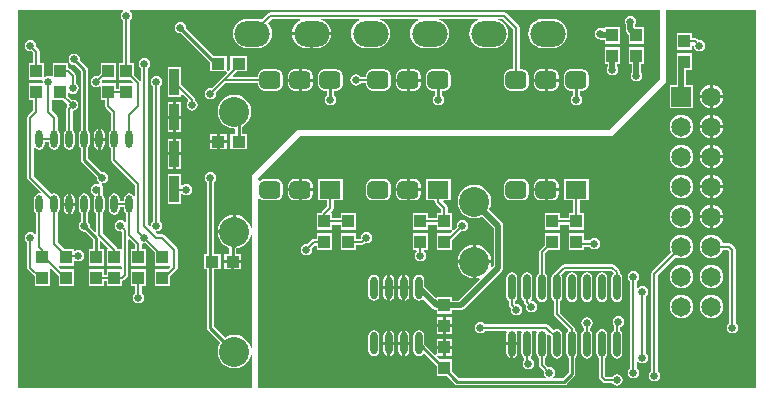
<source format=gbl>
%FSAX24Y24*%
%MOIN*%
G70*
G01*
G75*
G04 Layer_Physical_Order=2*
G04 Layer_Color=16711680*
%ADD10R,0.0433X0.0394*%
%ADD11R,0.0787X0.0630*%
%ADD12R,0.0787X0.0787*%
%ADD13C,0.0200*%
%ADD14C,0.0080*%
%ADD15C,0.0100*%
%ADD16O,0.1181X0.0866*%
%ADD17C,0.0650*%
%ADD18R,0.0650X0.0650*%
%ADD19C,0.1000*%
%ADD20C,0.0250*%
%ADD21R,0.0394X0.0433*%
%ADD22R,0.0335X0.0866*%
%ADD23R,0.0700X0.0600*%
G04:AMPARAMS|DCode=24|XSize=60mil|YSize=70mil|CornerRadius=15mil|HoleSize=0mil|Usage=FLASHONLY|Rotation=90.000|XOffset=0mil|YOffset=0mil|HoleType=Round|Shape=RoundedRectangle|*
%AMROUNDEDRECTD24*
21,1,0.0600,0.0400,0,0,90.0*
21,1,0.0300,0.0700,0,0,90.0*
1,1,0.0300,0.0200,0.0150*
1,1,0.0300,0.0200,-0.0150*
1,1,0.0300,-0.0200,-0.0150*
1,1,0.0300,-0.0200,0.0150*
%
%ADD24ROUNDEDRECTD24*%
%ADD25O,0.0236X0.0866*%
%ADD26O,0.0236X0.0748*%
%ADD27O,0.0236X0.0591*%
G36*
X031600Y020500D02*
X029900Y018800D01*
X019500D01*
X018000Y017300D01*
Y015515D01*
X017950Y015512D01*
X017946Y015546D01*
X017889Y015682D01*
X017799Y015799D01*
X017682Y015889D01*
X017546Y015946D01*
X017450Y015958D01*
Y015400D01*
Y014842D01*
X017546Y014854D01*
X017682Y014911D01*
X017799Y015001D01*
X017889Y015118D01*
X017946Y015254D01*
X017950Y015288D01*
X018000Y015285D01*
Y011515D01*
X017950Y011512D01*
X017946Y011546D01*
X017889Y011682D01*
X017799Y011799D01*
X017682Y011889D01*
X017546Y011946D01*
X017400Y011965D01*
X017254Y011946D01*
X017118Y011889D01*
X017090Y011868D01*
X016712Y012246D01*
Y014143D01*
X016942D01*
Y014657D01*
X016712D01*
Y017052D01*
X016733Y017067D01*
X016774Y017128D01*
X016789Y017200D01*
X016774Y017272D01*
X016733Y017333D01*
X016672Y017374D01*
X016600Y017389D01*
X016528Y017374D01*
X016467Y017333D01*
X016426Y017272D01*
X016411Y017200D01*
X016426Y017128D01*
X016467Y017067D01*
X016488Y017052D01*
Y014657D01*
X016389D01*
Y014143D01*
X016488D01*
Y012200D01*
X016488Y012200D01*
X016496Y012157D01*
X016521Y012121D01*
X016932Y011710D01*
X016911Y011682D01*
X016854Y011546D01*
X016835Y011400D01*
X016854Y011254D01*
X016911Y011118D01*
X017001Y011001D01*
X017118Y010911D01*
X017254Y010854D01*
X017400Y010835D01*
X017546Y010854D01*
X017682Y010911D01*
X017799Y011001D01*
X017889Y011118D01*
X017946Y011254D01*
X017950Y011288D01*
X018000Y011285D01*
Y010200D01*
X010200D01*
Y022800D01*
X013680D01*
X013695Y022752D01*
X013667Y022733D01*
X013626Y022672D01*
X013611Y022600D01*
X013626Y022528D01*
X013667Y022467D01*
X013698Y022446D01*
Y021011D01*
X013543D01*
Y020458D01*
X013932D01*
X014002Y020388D01*
X013983Y020342D01*
X013543D01*
Y020167D01*
X013457D01*
Y020342D01*
X013016D01*
X012985Y020381D01*
X012989Y020400D01*
X012981Y020437D01*
X013002Y020458D01*
X013457D01*
Y021011D01*
X012943D01*
Y020687D01*
X012837Y020581D01*
X012800Y020589D01*
X012728Y020574D01*
X012667Y020533D01*
X012626Y020472D01*
X012611Y020400D01*
X012626Y020328D01*
X012667Y020267D01*
X012728Y020226D01*
X012800Y020211D01*
X012872Y020226D01*
X012899Y020244D01*
X012943Y020220D01*
Y019789D01*
X013098D01*
Y019600D01*
X013106Y019561D01*
X013128Y019528D01*
X013298Y019358D01*
Y018806D01*
X013272Y018788D01*
X013232Y018729D01*
X013218Y018660D01*
Y018306D01*
X013232Y018236D01*
X013272Y018177D01*
X013298Y018159D01*
Y017800D01*
X013306Y017761D01*
X013328Y017728D01*
X014098Y016958D01*
Y016605D01*
X014050Y016590D01*
X014028Y016623D01*
X013969Y016662D01*
X013900Y016676D01*
X013831Y016662D01*
X013772Y016623D01*
X013732Y016564D01*
X013718Y016494D01*
Y016419D01*
X013582D01*
Y016494D01*
X013568Y016564D01*
X013528Y016623D01*
X013469Y016662D01*
X013400Y016676D01*
X013331Y016662D01*
X013272Y016623D01*
X013232Y016564D01*
X013218Y016494D01*
Y016140D01*
X013232Y016071D01*
X013272Y016012D01*
X013331Y015972D01*
X013400Y015959D01*
X013469Y015972D01*
X013528Y016012D01*
X013568Y016071D01*
X013582Y016140D01*
Y016215D01*
X013718D01*
Y016140D01*
X013732Y016071D01*
X013772Y016012D01*
X013798Y015994D01*
Y015723D01*
X013750Y015708D01*
X013733Y015733D01*
X013672Y015774D01*
X013600Y015789D01*
X013528Y015774D01*
X013467Y015733D01*
X013426Y015672D01*
X013411Y015600D01*
X013426Y015528D01*
X013467Y015467D01*
X013528Y015426D01*
X013600Y015411D01*
X013619Y015415D01*
X013658Y015384D01*
Y014811D01*
X013658D01*
X013657D01*
X013623Y014811D01*
X013623Y014811D01*
Y014811D01*
X013500D01*
X013494Y014839D01*
X013472Y014872D01*
X013002Y015342D01*
Y015994D01*
X013028Y016012D01*
X013068Y016071D01*
X013082Y016140D01*
Y016494D01*
X013068Y016564D01*
X013028Y016623D01*
X013002Y016641D01*
Y016900D01*
X012994Y016939D01*
X012988Y016949D01*
X013000Y017011D01*
X013072Y017026D01*
X013133Y017067D01*
X013174Y017128D01*
X013189Y017200D01*
X013174Y017272D01*
X013133Y017333D01*
X013072Y017374D01*
X013000Y017389D01*
X012975Y017384D01*
X012512Y017846D01*
Y018166D01*
X012528Y018177D01*
X012568Y018236D01*
X012582Y018306D01*
Y018660D01*
X012568Y018729D01*
X012528Y018788D01*
X012512Y018799D01*
Y020800D01*
X012504Y020843D01*
X012479Y020879D01*
X012479Y020879D01*
X012246Y021112D01*
X012251Y021137D01*
X012237Y021210D01*
X012196Y021271D01*
X012135Y021312D01*
X012063Y021326D01*
X011990Y021312D01*
X011929Y021271D01*
X011888Y021210D01*
X011874Y021137D01*
X011888Y021065D01*
X011929Y021004D01*
X011990Y020963D01*
X012063Y020949D01*
X012088Y020954D01*
X012288Y020754D01*
Y018799D01*
X012272Y018788D01*
X012232Y018729D01*
X012218Y018660D01*
Y018306D01*
X012232Y018236D01*
X012272Y018177D01*
X012288Y018166D01*
Y017800D01*
X012288Y017800D01*
X012296Y017757D01*
X012321Y017721D01*
X012816Y017225D01*
X012811Y017200D01*
X012826Y017128D01*
X012867Y017067D01*
X012895Y017048D01*
X012885Y016999D01*
X012861Y016994D01*
X012841Y016981D01*
X012800Y016989D01*
X012728Y016974D01*
X012667Y016933D01*
X012626Y016872D01*
X012611Y016800D01*
X012626Y016728D01*
X012667Y016667D01*
X012728Y016626D01*
X012745Y016584D01*
X012732Y016564D01*
X012718Y016494D01*
Y016140D01*
X012732Y016071D01*
X012772Y016012D01*
X012798Y015994D01*
Y015414D01*
X012752Y015395D01*
X012584Y015563D01*
X012589Y015588D01*
X012574Y015660D01*
X012533Y015721D01*
X012512Y015735D01*
Y016001D01*
X012528Y016012D01*
X012568Y016071D01*
X012582Y016140D01*
Y016494D01*
X012568Y016564D01*
X012528Y016623D01*
X012469Y016662D01*
X012400Y016676D01*
X012331Y016662D01*
X012272Y016623D01*
X012232Y016564D01*
X012218Y016494D01*
Y016140D01*
X012232Y016071D01*
X012272Y016012D01*
X012288Y016001D01*
Y015735D01*
X012267Y015721D01*
X012226Y015660D01*
X012211Y015588D01*
X012226Y015516D01*
X012267Y015454D01*
X012328Y015414D01*
X012400Y015399D01*
X012425Y015404D01*
X012688Y015141D01*
Y014811D01*
X012543D01*
Y014258D01*
X013057D01*
Y014811D01*
X012912D01*
Y015078D01*
X012958Y015097D01*
X013198Y014857D01*
X013179Y014811D01*
X013143D01*
Y014258D01*
X013623D01*
X013658Y014223D01*
Y014142D01*
X013657D01*
X013657Y014142D01*
X013657Y014142D01*
X013143D01*
Y013967D01*
X013057D01*
Y014142D01*
X012543D01*
Y013589D01*
X013057D01*
Y013763D01*
X013143D01*
Y013589D01*
X013657D01*
Y013763D01*
X013665D01*
X013704Y013771D01*
X013737Y013793D01*
X013832Y013888D01*
X013854Y013921D01*
X013862Y013960D01*
D01*
D01*
D01*
D01*
D01*
X013862D01*
D01*
D01*
D01*
D01*
Y013960D01*
X013862D01*
D01*
Y013960D01*
D01*
D01*
D01*
D01*
D01*
D01*
D01*
D01*
D01*
D01*
D01*
D01*
Y013960D01*
D01*
X013862D01*
D01*
D01*
D01*
D01*
X013862Y013960D01*
Y015129D01*
X013908Y015148D01*
X014098Y014958D01*
Y014811D01*
X013943D01*
Y014258D01*
X014457D01*
Y014811D01*
X014302D01*
Y014991D01*
X014314Y015001D01*
X014400Y015011D01*
X014400Y015011D01*
Y015011D01*
X014437Y015019D01*
X014743Y014713D01*
Y014258D01*
X015249D01*
X015268Y014212D01*
X015198Y014142D01*
X014743D01*
Y013589D01*
X015257D01*
Y013913D01*
X015472Y014128D01*
X015494Y014161D01*
X015502Y014200D01*
Y014800D01*
X015494Y014839D01*
X015472Y014872D01*
X015072Y015272D01*
X015039Y015294D01*
X015000Y015302D01*
X014842D01*
X014789Y015355D01*
X014800Y015411D01*
X014872Y015426D01*
X014933Y015467D01*
X014974Y015528D01*
X014989Y015600D01*
X014974Y015672D01*
X014933Y015733D01*
X014902Y015754D01*
Y020246D01*
X014933Y020267D01*
X014974Y020328D01*
X014989Y020400D01*
X014974Y020472D01*
X014933Y020533D01*
X014872Y020574D01*
X014800Y020589D01*
X014728Y020574D01*
X014667Y020533D01*
X014626Y020472D01*
X014611Y020400D01*
X014626Y020328D01*
X014667Y020267D01*
X014698Y020246D01*
Y015754D01*
X014667Y015733D01*
X014626Y015672D01*
X014611Y015600D01*
X014555Y015589D01*
X014502Y015642D01*
Y020846D01*
X014533Y020867D01*
X014574Y020928D01*
X014589Y021000D01*
X014574Y021072D01*
X014533Y021133D01*
X014472Y021174D01*
X014400Y021189D01*
X014328Y021174D01*
X014267Y021133D01*
X014226Y021072D01*
X014211Y021000D01*
X014226Y020928D01*
X014267Y020867D01*
X014298Y020846D01*
Y020446D01*
X014252Y020427D01*
X014057Y020622D01*
Y021011D01*
X013902D01*
Y022446D01*
X013933Y022467D01*
X013974Y022528D01*
X013989Y022600D01*
X013974Y022672D01*
X013933Y022733D01*
X013905Y022752D01*
X013920Y022800D01*
X031600D01*
Y020500D01*
D02*
G37*
G36*
X034800Y010200D02*
X018200D01*
Y016485D01*
X018248Y016500D01*
X018249Y016499D01*
X018318Y016452D01*
X018400Y016436D01*
X018800D01*
X018882Y016452D01*
X018951Y016499D01*
X018998Y016568D01*
X019014Y016650D01*
Y016950D01*
X018998Y017032D01*
X018951Y017101D01*
X018882Y017148D01*
X018800Y017164D01*
X018400D01*
X018318Y017148D01*
X018249Y017101D01*
X018248Y017100D01*
X018200Y017115D01*
Y017200D01*
X019600Y018600D01*
X030000D01*
X031800Y020400D01*
Y022800D01*
X034800D01*
Y010200D01*
D02*
G37*
%LPC*%
G36*
X025350Y014958D02*
X025254Y014946D01*
X025118Y014889D01*
X025001Y014799D01*
X024911Y014682D01*
X024854Y014546D01*
X024842Y014450D01*
X025350D01*
Y014958D01*
D02*
G37*
G36*
X025450D02*
Y014450D01*
X025958D01*
X025946Y014546D01*
X025889Y014682D01*
X025799Y014799D01*
X025682Y014889D01*
X025546Y014946D01*
X025450Y014958D01*
D02*
G37*
G36*
X023857Y015342D02*
X023343D01*
Y014789D01*
X023463D01*
X023478Y014741D01*
X023467Y014733D01*
X023426Y014672D01*
X023411Y014600D01*
X023426Y014528D01*
X023467Y014467D01*
X023528Y014426D01*
X023600Y014411D01*
X023672Y014426D01*
X023733Y014467D01*
X023774Y014528D01*
X023789Y014600D01*
X023774Y014672D01*
X023733Y014733D01*
X023702Y014754D01*
Y014789D01*
X023857D01*
Y015342D01*
D02*
G37*
G36*
X017350Y015350D02*
X016842D01*
X016854Y015254D01*
X016911Y015118D01*
X017001Y015001D01*
X017118Y014911D01*
X017222Y014867D01*
Y014657D01*
X017058D01*
Y014450D01*
X017611D01*
Y014657D01*
X017447D01*
Y014841D01*
X017400Y014835D01*
X017350Y014842D01*
Y015350D01*
D02*
G37*
G36*
X032300Y015288D02*
X032200Y015275D01*
X032106Y015236D01*
X032026Y015174D01*
X031964Y015094D01*
X031925Y015000D01*
X031912Y014900D01*
X031925Y014800D01*
X031963Y014707D01*
X031328Y014072D01*
X031306Y014039D01*
X031298Y014000D01*
Y010754D01*
X031267Y010733D01*
X031226Y010672D01*
X031211Y010600D01*
X031226Y010528D01*
X031267Y010467D01*
X031328Y010426D01*
X031400Y010411D01*
X031472Y010426D01*
X031533Y010467D01*
X031574Y010528D01*
X031589Y010600D01*
X031574Y010672D01*
X031533Y010733D01*
X031502Y010754D01*
Y013958D01*
X032107Y014563D01*
X032200Y014525D01*
X032300Y014512D01*
X032400Y014525D01*
X032494Y014564D01*
X032574Y014626D01*
X032636Y014706D01*
X032675Y014800D01*
X032688Y014900D01*
X032675Y015000D01*
X032636Y015094D01*
X032574Y015174D01*
X032494Y015236D01*
X032400Y015275D01*
X032300Y015288D01*
D02*
G37*
G36*
X029057Y015342D02*
X028543D01*
Y014789D01*
X029057D01*
Y014898D01*
X029246D01*
X029267Y014867D01*
X029328Y014826D01*
X029400Y014811D01*
X029472Y014826D01*
X029533Y014867D01*
X029574Y014928D01*
X029589Y015000D01*
X029574Y015072D01*
X029533Y015133D01*
X029472Y015174D01*
X029400Y015189D01*
X029328Y015174D01*
X029267Y015133D01*
X029246Y015102D01*
X029057D01*
Y015342D01*
D02*
G37*
G36*
X021800Y015389D02*
X021728Y015374D01*
X021667Y015333D01*
X021626Y015272D01*
X021611Y015200D01*
X021585Y015167D01*
X021457D01*
Y015342D01*
X020943D01*
Y014789D01*
X021457D01*
Y014963D01*
X021665D01*
X021704Y014971D01*
X021737Y014993D01*
Y014993D01*
X021737D01*
D01*
D01*
D01*
D01*
D01*
D01*
X021737D01*
D01*
X021737D01*
D01*
D01*
X021737D01*
Y014993D01*
D01*
D01*
D01*
X021763Y015019D01*
D01*
X021800Y015011D01*
X021872Y015026D01*
X021933Y015067D01*
X021974Y015128D01*
X021989Y015200D01*
X021974Y015272D01*
X021933Y015333D01*
X021872Y015374D01*
X021800Y015389D01*
D02*
G37*
G36*
X020657Y015342D02*
X020143D01*
Y015167D01*
X020065D01*
X020026Y015160D01*
X019993Y015137D01*
X019837Y014981D01*
X019800Y014989D01*
X019728Y014974D01*
X019667Y014933D01*
X019626Y014872D01*
X019611Y014800D01*
X019626Y014728D01*
X019667Y014667D01*
X019728Y014626D01*
X019800Y014611D01*
X019872Y014626D01*
X019933Y014667D01*
X019974Y014728D01*
X019989Y014800D01*
X019981Y014837D01*
X020097Y014953D01*
X020143Y014934D01*
Y014789D01*
X020657D01*
Y015342D01*
D02*
G37*
G36*
X025400Y016965D02*
X025254Y016946D01*
X025118Y016889D01*
X025001Y016799D01*
X024911Y016682D01*
X024854Y016546D01*
X024835Y016400D01*
X024854Y016254D01*
X024911Y016118D01*
X025001Y016001D01*
X025118Y015911D01*
X025254Y015854D01*
X025400Y015835D01*
X025546Y015854D01*
X025665Y015904D01*
X026037Y015532D01*
Y014268D01*
X025981Y014212D01*
X025940Y014240D01*
X025946Y014254D01*
X025958Y014350D01*
X025450D01*
Y013842D01*
X025546Y013854D01*
X025560Y013860D01*
X025588Y013819D01*
X024867Y013098D01*
X024657D01*
Y013211D01*
X024143D01*
X024143Y013211D01*
Y013211D01*
X024109Y013197D01*
X023732Y013574D01*
Y013781D01*
X023718Y013851D01*
X023678Y013910D01*
X023619Y013949D01*
X023550Y013963D01*
X023481Y013949D01*
X023422Y013910D01*
X023382Y013851D01*
X023368Y013781D01*
Y013269D01*
X023382Y013200D01*
X023422Y013141D01*
X023481Y013102D01*
X023550Y013088D01*
X023619Y013102D01*
X023678Y013141D01*
X023701Y013143D01*
X024025Y012819D01*
X024078Y012784D01*
X024141Y012772D01*
X024143D01*
Y012658D01*
X024657D01*
Y012772D01*
X024935D01*
X024997Y012784D01*
X025050Y012819D01*
Y012819D01*
X025050D01*
D01*
D01*
D01*
D01*
D01*
D01*
X025050D01*
D01*
X025050D01*
Y012819D01*
D01*
D01*
D01*
D01*
Y012819D01*
D01*
D01*
D01*
D01*
D01*
D01*
Y012819D01*
D01*
D01*
X025050D01*
D01*
D01*
D01*
X026315Y014085D01*
X026351Y014138D01*
X026363Y014200D01*
D01*
D01*
D01*
D01*
D01*
X026363D01*
D01*
D01*
D01*
D01*
Y014200D01*
X026363D01*
D01*
Y014200D01*
D01*
D01*
D01*
D01*
D01*
D01*
D01*
D01*
D01*
D01*
D01*
D01*
Y014200D01*
D01*
X026363D01*
D01*
D01*
D01*
D01*
X026363Y014200D01*
Y015600D01*
X026351Y015662D01*
X026315Y015715D01*
X026315Y015715D01*
X026315D01*
D01*
X026315Y015715D01*
X026315Y015715D01*
X026315D01*
D01*
D01*
X026315Y015715D01*
X025896Y016135D01*
X025946Y016254D01*
X025965Y016400D01*
X025946Y016546D01*
X025889Y016682D01*
X025799Y016799D01*
X025682Y016889D01*
X025546Y016946D01*
X025400Y016965D01*
D02*
G37*
G36*
X022600Y013953D02*
Y013575D01*
X022732D01*
Y013781D01*
X022718Y013851D01*
X022678Y013910D01*
X022620Y013949D01*
X022600Y013953D01*
D02*
G37*
G36*
X023000D02*
X022980Y013949D01*
X022922Y013910D01*
X022882Y013851D01*
X022868Y013781D01*
Y013575D01*
X023000D01*
Y013953D01*
D02*
G37*
G36*
X033300Y014288D02*
X033200Y014275D01*
X033106Y014236D01*
X033026Y014174D01*
X032964Y014094D01*
X032925Y014000D01*
X032912Y013900D01*
X032925Y013800D01*
X032964Y013706D01*
X033026Y013626D01*
X033106Y013564D01*
X033200Y013525D01*
X033300Y013512D01*
X033400Y013525D01*
X033494Y013564D01*
X033574Y013626D01*
X033636Y013706D01*
X033675Y013800D01*
X033688Y013900D01*
X033675Y014000D01*
X033636Y014094D01*
X033574Y014174D01*
X033494Y014236D01*
X033400Y014275D01*
X033300Y014288D01*
D02*
G37*
G36*
X022500Y013953D02*
X022480Y013949D01*
X022422Y013910D01*
X022382Y013851D01*
X022368Y013781D01*
Y013575D01*
X022500D01*
Y013953D01*
D02*
G37*
G36*
X023100D02*
Y013575D01*
X023232D01*
Y013781D01*
X023218Y013851D01*
X023178Y013910D01*
X023119Y013949D01*
X023100Y013953D01*
D02*
G37*
G36*
X017285Y014350D02*
X017058D01*
Y014143D01*
X017285D01*
Y014350D01*
D02*
G37*
G36*
X017611D02*
X017385D01*
Y014143D01*
X017611D01*
Y014350D01*
D02*
G37*
G36*
X025350D02*
X024842D01*
X024854Y014254D01*
X024911Y014118D01*
X025001Y014001D01*
X025118Y013911D01*
X025254Y013854D01*
X025350Y013842D01*
Y014350D01*
D02*
G37*
G36*
X030000Y014302D02*
X028400D01*
X028361Y014294D01*
X028328Y014272D01*
X028084Y014028D01*
X028080Y014028D01*
X028022Y013988D01*
X027982Y013929D01*
X027968Y013860D01*
Y013230D01*
X027982Y013160D01*
X028022Y013102D01*
X028048Y013084D01*
Y012650D01*
X028048Y012650D01*
X028048D01*
X028056Y012611D01*
X028078Y012578D01*
X028525Y012131D01*
X028522Y012098D01*
X028482Y012040D01*
X028468Y011970D01*
Y011340D01*
X028482Y011271D01*
X028522Y011212D01*
X028538Y011201D01*
Y010696D01*
X028354Y010512D01*
X028038D01*
X028023Y010560D01*
X028033Y010567D01*
X028074Y010628D01*
X028089Y010700D01*
X028074Y010772D01*
X028033Y010833D01*
X027972Y010874D01*
X027900Y010889D01*
X027863Y010881D01*
X027752Y010992D01*
Y011194D01*
X027778Y011212D01*
X027818Y011271D01*
X027832Y011340D01*
Y011959D01*
X027878Y011978D01*
X027968Y011887D01*
Y011340D01*
X027982Y011271D01*
X028022Y011212D01*
X028080Y011172D01*
X028150Y011159D01*
X028219Y011172D01*
X028278Y011212D01*
X028318Y011271D01*
X028332Y011340D01*
Y011970D01*
X028318Y012040D01*
X028278Y012098D01*
X028219Y012138D01*
X028150Y012152D01*
X028080Y012138D01*
X028036Y012108D01*
X027872Y012272D01*
X027839Y012294D01*
X027800Y012302D01*
X025754D01*
X025733Y012333D01*
X025672Y012374D01*
X025600Y012389D01*
X025528Y012374D01*
X025467Y012333D01*
X025426Y012272D01*
X025411Y012200D01*
X025426Y012128D01*
X025467Y012067D01*
X025528Y012026D01*
X025600Y012011D01*
X025672Y012026D01*
X025733Y012067D01*
X025754Y012098D01*
X026468D01*
X026492Y012054D01*
X026482Y012040D01*
X026468Y011970D01*
Y011705D01*
X026832D01*
Y011970D01*
X026818Y012040D01*
X026808Y012054D01*
X026832Y012098D01*
X026968D01*
X026992Y012054D01*
X026982Y012040D01*
X026968Y011970D01*
Y011340D01*
X026982Y011271D01*
X027022Y011212D01*
X027048Y011194D01*
Y011106D01*
X027026Y011072D01*
X027011Y011000D01*
X027026Y010928D01*
X027067Y010867D01*
X027128Y010826D01*
X027200Y010811D01*
X027272Y010826D01*
X027333Y010867D01*
X027374Y010928D01*
X027389Y011000D01*
X027374Y011072D01*
X027333Y011133D01*
X027272Y011174D01*
X027252Y011178D01*
Y011194D01*
X027278Y011212D01*
X027318Y011271D01*
X027332Y011340D01*
Y011970D01*
X027318Y012040D01*
X027308Y012054D01*
X027332Y012098D01*
X027468D01*
X027492Y012054D01*
X027482Y012040D01*
X027468Y011970D01*
Y011340D01*
X027482Y011271D01*
X027522Y011212D01*
X027548Y011194D01*
Y010950D01*
X027548Y010950D01*
X027548D01*
X027556Y010911D01*
X027578Y010878D01*
X027719Y010737D01*
X027711Y010700D01*
X027726Y010628D01*
X027767Y010567D01*
X027777Y010560D01*
X027762Y010512D01*
X024871D01*
X024657Y010727D01*
Y011142D01*
X024242D01*
X024139Y011244D01*
Y011254D01*
X024139Y011254D01*
D01*
X024143Y011258D01*
D01*
X024152Y011258D01*
Y011258D01*
D01*
D01*
D01*
X024152D01*
D01*
D01*
X024163D01*
Y011258D01*
X024350D01*
Y011485D01*
X024143D01*
Y011306D01*
X024134Y011302D01*
D01*
X024126Y011299D01*
Y011299D01*
D01*
D01*
X024126Y011299D01*
X024122Y011297D01*
D01*
X024097Y011286D01*
X023732Y011652D01*
Y011931D01*
X023718Y012000D01*
X023678Y012059D01*
X023619Y012098D01*
X023550Y012112D01*
X023481Y012098D01*
X023422Y012059D01*
X023382Y012000D01*
X023368Y011931D01*
Y011419D01*
X023382Y011349D01*
X023422Y011290D01*
X023481Y011251D01*
X023550Y011237D01*
X023619Y011251D01*
X023678Y011290D01*
X023695Y011316D01*
X023745Y011321D01*
X024143Y010923D01*
Y010589D01*
X024477D01*
X024746Y010321D01*
X024746Y010321D01*
X024782Y010296D01*
Y010296D01*
X024782Y010296D01*
D01*
D01*
D01*
X024782D01*
Y010296D01*
D01*
X024782Y010296D01*
X024782Y010296D01*
X024825Y010288D01*
X024825Y010288D01*
X028400D01*
X028400Y010288D01*
X028443Y010296D01*
X028479Y010321D01*
X028729Y010571D01*
X028729Y010571D01*
X028754Y010607D01*
X028762Y010650D01*
Y011201D01*
X028778Y011212D01*
X028818Y011271D01*
X028832Y011340D01*
Y011970D01*
X028818Y012040D01*
X028778Y012098D01*
X028752Y012116D01*
Y012150D01*
X028744Y012189D01*
X028722Y012222D01*
X028722Y012222D01*
X028722D01*
D01*
X028722Y012222D01*
Y012222D01*
X028252Y012692D01*
Y013084D01*
X028278Y013102D01*
X028318Y013160D01*
X028332Y013230D01*
Y013860D01*
X028318Y013929D01*
X028300Y013956D01*
X028442Y014098D01*
X029958D01*
X030048Y014008D01*
Y014008D01*
X030026Y013991D01*
X030022Y013988D01*
Y013988D01*
X030022Y013988D01*
X030022D01*
X030022Y013988D01*
X030022Y013988D01*
D01*
X029982Y013929D01*
X029968Y013860D01*
Y013230D01*
X029982Y013160D01*
X030022Y013102D01*
X030080Y013062D01*
X030150Y013048D01*
X030220Y013062D01*
X030278Y013102D01*
X030318Y013160D01*
X030332Y013230D01*
Y013860D01*
X030318Y013929D01*
X030278Y013988D01*
X030252Y014006D01*
Y014050D01*
X030244Y014089D01*
X030222Y014122D01*
X030072Y014272D01*
X030039Y014294D01*
X030000Y014302D01*
D02*
G37*
G36*
X011850Y016666D02*
X011831Y016662D01*
X011772Y016623D01*
X011732Y016564D01*
X011718Y016494D01*
Y016367D01*
X011850D01*
Y016666D01*
D02*
G37*
G36*
X011950D02*
Y016367D01*
X012082D01*
Y016494D01*
X012068Y016564D01*
X012028Y016623D01*
X011969Y016662D01*
X011950Y016666D01*
D02*
G37*
G36*
X011850Y016267D02*
X011718D01*
Y016140D01*
X011732Y016071D01*
X011772Y016012D01*
X011831Y015972D01*
X011850Y015969D01*
Y016267D01*
D02*
G37*
G36*
X012082D02*
X011950D01*
Y015969D01*
X011969Y015972D01*
X012028Y016012D01*
X012068Y016071D01*
X012082Y016140D01*
Y016267D01*
D02*
G37*
G36*
X019550Y016750D02*
X019186D01*
Y016650D01*
X019202Y016568D01*
X019249Y016499D01*
X019318Y016452D01*
X019400Y016436D01*
X019550D01*
Y016750D01*
D02*
G37*
G36*
X023150D02*
X022786D01*
Y016650D01*
X022802Y016568D01*
X022849Y016499D01*
X022918Y016452D01*
X023000Y016436D01*
X023150D01*
Y016750D01*
D02*
G37*
G36*
X023614D02*
X023250D01*
Y016436D01*
X023400D01*
X023482Y016452D01*
X023551Y016499D01*
X023598Y016568D01*
X023614Y016650D01*
Y016750D01*
D02*
G37*
G36*
X020014D02*
X019650D01*
Y016436D01*
X019800D01*
X019882Y016452D01*
X019951Y016499D01*
X019998Y016568D01*
X020014Y016650D01*
Y016750D01*
D02*
G37*
G36*
X022400Y017164D02*
X022000D01*
X021918Y017148D01*
X021849Y017101D01*
X021802Y017032D01*
X021786Y016950D01*
Y016650D01*
X021802Y016568D01*
X021849Y016499D01*
X021918Y016452D01*
X022000Y016436D01*
X022400D01*
X022482Y016452D01*
X022551Y016499D01*
X022598Y016568D01*
X022614Y016650D01*
Y016950D01*
X022598Y017032D01*
X022551Y017101D01*
X022482Y017148D01*
X022400Y017164D01*
D02*
G37*
G36*
X032300Y016288D02*
X032200Y016275D01*
X032106Y016236D01*
X032026Y016174D01*
X031964Y016094D01*
X031925Y016000D01*
X031912Y015900D01*
X031925Y015800D01*
X031964Y015706D01*
X032026Y015626D01*
X032106Y015564D01*
X032200Y015525D01*
X032300Y015512D01*
X032400Y015525D01*
X032494Y015564D01*
X032574Y015626D01*
X032636Y015706D01*
X032675Y015800D01*
X032688Y015900D01*
X032675Y016000D01*
X032636Y016094D01*
X032574Y016174D01*
X032494Y016236D01*
X032400Y016275D01*
X032300Y016288D01*
D02*
G37*
G36*
X033250Y015850D02*
X032918D01*
X032925Y015800D01*
X032964Y015706D01*
X033026Y015626D01*
X033106Y015564D01*
X033200Y015525D01*
X033250Y015518D01*
Y015850D01*
D02*
G37*
G36*
X017350Y015958D02*
X017254Y015946D01*
X017118Y015889D01*
X017001Y015799D01*
X016911Y015682D01*
X016854Y015546D01*
X016842Y015450D01*
X017350D01*
Y015958D01*
D02*
G37*
G36*
X021010Y017160D02*
X020190D01*
Y016440D01*
X020498D01*
Y016242D01*
X020328Y016072D01*
X020306Y016039D01*
X020300Y016011D01*
X020143D01*
Y015458D01*
X020657D01*
Y015633D01*
X020943D01*
Y015458D01*
X021457D01*
Y016011D01*
X020943D01*
Y015837D01*
X020657D01*
Y016011D01*
X020621D01*
X020602Y016057D01*
X020672Y016128D01*
X020694Y016161D01*
X020702Y016200D01*
Y016440D01*
X021010D01*
Y017160D01*
D02*
G37*
G36*
X033682Y015850D02*
X033350D01*
Y015518D01*
X033400Y015525D01*
X033494Y015564D01*
X033574Y015626D01*
X033636Y015706D01*
X033675Y015800D01*
X033682Y015850D01*
D02*
G37*
G36*
X033250Y016282D02*
X033200Y016275D01*
X033106Y016236D01*
X033026Y016174D01*
X032964Y016094D01*
X032925Y016000D01*
X032918Y015950D01*
X033250D01*
Y016282D01*
D02*
G37*
G36*
X033350D02*
Y015950D01*
X033682D01*
X033675Y016000D01*
X033636Y016094D01*
X033574Y016174D01*
X033494Y016236D01*
X033400Y016275D01*
X033350Y016282D01*
D02*
G37*
G36*
X029210Y017160D02*
X028390D01*
Y016440D01*
X028698D01*
Y016011D01*
X028543D01*
Y015837D01*
X028257D01*
Y016011D01*
X027743D01*
Y015458D01*
X028257D01*
Y015633D01*
X028543D01*
Y015458D01*
X029057D01*
Y016011D01*
X028902D01*
Y016440D01*
X029210D01*
Y017160D01*
D02*
G37*
G36*
X024610D02*
X023790D01*
Y016440D01*
X024058D01*
X024098Y016400D01*
X024098Y016400D01*
D01*
X024106Y016361D01*
X024128Y016328D01*
X024298Y016158D01*
Y016011D01*
X024143D01*
Y015837D01*
X023857D01*
Y016011D01*
X023343D01*
Y015458D01*
X023857D01*
Y015633D01*
X024143D01*
Y015458D01*
X024649D01*
X024649Y015458D01*
X024668Y015412D01*
X024598Y015342D01*
X024143D01*
Y014789D01*
X024657D01*
Y015113D01*
X024963Y015419D01*
X025000Y015411D01*
X025072Y015426D01*
X025133Y015467D01*
X025174Y015528D01*
X025189Y015600D01*
X025174Y015672D01*
X025133Y015733D01*
X025072Y015774D01*
X025000Y015789D01*
X024928Y015774D01*
X024867Y015733D01*
X024826Y015672D01*
X024811Y015600D01*
X024819Y015563D01*
X024703Y015447D01*
X024690Y015453D01*
X024657Y015466D01*
Y016011D01*
X024502D01*
Y016200D01*
X024494Y016239D01*
X024472Y016272D01*
X024350Y016394D01*
X024370Y016440D01*
X024610D01*
Y017160D01*
D02*
G37*
G36*
X032300Y014288D02*
X032200Y014275D01*
X032106Y014236D01*
X032026Y014174D01*
X031964Y014094D01*
X031925Y014000D01*
X031912Y013900D01*
X031925Y013800D01*
X031964Y013706D01*
X032026Y013626D01*
X032106Y013564D01*
X032200Y013525D01*
X032300Y013512D01*
X032400Y013525D01*
X032494Y013564D01*
X032574Y013626D01*
X032636Y013706D01*
X032675Y013800D01*
X032688Y013900D01*
X032675Y014000D01*
X032636Y014094D01*
X032574Y014174D01*
X032494Y014236D01*
X032400Y014275D01*
X032300Y014288D01*
D02*
G37*
G36*
X024657Y011485D02*
X024450D01*
Y011258D01*
X024657D01*
Y011485D01*
D02*
G37*
G36*
X024350Y011811D02*
X024143D01*
Y011585D01*
X024350D01*
Y011811D01*
D02*
G37*
G36*
X023000Y011625D02*
X022868D01*
Y011419D01*
X022882Y011349D01*
X022922Y011290D01*
X022980Y011251D01*
X023000Y011247D01*
Y011625D01*
D02*
G37*
G36*
X023232D02*
X023100D01*
Y011247D01*
X023119Y011251D01*
X023178Y011290D01*
X023218Y011349D01*
X023232Y011419D01*
Y011625D01*
D02*
G37*
G36*
X024657Y011811D02*
X024450D01*
Y011585D01*
X024657D01*
Y011811D01*
D02*
G37*
G36*
X023000Y012102D02*
X022980Y012098D01*
X022922Y012059D01*
X022882Y012000D01*
X022868Y011931D01*
Y011725D01*
X023000D01*
Y012102D01*
D02*
G37*
G36*
X023100D02*
Y011725D01*
X023232D01*
Y011931D01*
X023218Y012000D01*
X023178Y012059D01*
X023119Y012098D01*
X023100Y012102D01*
D02*
G37*
G36*
X022500D02*
X022480Y012098D01*
X022422Y012059D01*
X022382Y012000D01*
X022368Y011931D01*
Y011725D01*
X022500D01*
Y012102D01*
D02*
G37*
G36*
X022600D02*
Y011725D01*
X022732D01*
Y011931D01*
X022718Y012000D01*
X022678Y012059D01*
X022620Y012098D01*
X022600Y012102D01*
D02*
G37*
G36*
X029150Y012539D02*
X029078Y012524D01*
X029017Y012483D01*
X028976Y012422D01*
X028961Y012350D01*
X028976Y012278D01*
X029017Y012217D01*
X029048Y012196D01*
Y012116D01*
X029022Y012098D01*
X028982Y012040D01*
X028968Y011970D01*
Y011340D01*
X028982Y011271D01*
X029022Y011212D01*
X029081Y011172D01*
X029150Y011159D01*
X029220Y011172D01*
X029278Y011212D01*
X029318Y011271D01*
X029332Y011340D01*
Y011970D01*
X029318Y012040D01*
X029278Y012098D01*
X029252Y012116D01*
Y012196D01*
X029283Y012217D01*
X029324Y012278D01*
X029339Y012350D01*
X029324Y012422D01*
X029283Y012483D01*
X029222Y012524D01*
X029150Y012539D01*
D02*
G37*
G36*
X030200Y012589D02*
X030128Y012574D01*
X030067Y012533D01*
X030026Y012472D01*
X030011Y012400D01*
X030026Y012328D01*
X030048Y012294D01*
Y012116D01*
X030022Y012098D01*
X029982Y012040D01*
X029968Y011970D01*
Y011340D01*
X029982Y011271D01*
X030022Y011212D01*
X030080Y011172D01*
X030150Y011159D01*
X030220Y011172D01*
X030278Y011212D01*
X030318Y011271D01*
X030332Y011340D01*
Y011970D01*
X030318Y012040D01*
X030278Y012098D01*
X030252Y012116D01*
Y012222D01*
X030272Y012226D01*
X030333Y012267D01*
X030374Y012328D01*
X030389Y012400D01*
X030374Y012472D01*
X030333Y012533D01*
X030272Y012574D01*
X030200Y012589D01*
D02*
G37*
G36*
X029650Y012152D02*
X029581Y012138D01*
X029522Y012098D01*
X029482Y012040D01*
X029468Y011970D01*
Y011340D01*
X029482Y011271D01*
X029522Y011212D01*
X029548Y011194D01*
Y010550D01*
X029548Y010550D01*
X029548D01*
X029556Y010511D01*
X029578Y010478D01*
X029678Y010378D01*
X029711Y010356D01*
X029750Y010348D01*
X029996D01*
X030017Y010317D01*
X030078Y010276D01*
X030150Y010261D01*
X030222Y010276D01*
X030283Y010317D01*
X030324Y010378D01*
X030339Y010450D01*
X030324Y010522D01*
X030283Y010583D01*
X030222Y010624D01*
X030150Y010639D01*
X030078Y010624D01*
X030017Y010583D01*
X029996Y010552D01*
X029792D01*
X029752Y010592D01*
Y011194D01*
X029778Y011212D01*
X029818Y011271D01*
X029832Y011340D01*
Y011970D01*
X029818Y012040D01*
X029778Y012098D01*
X029720Y012138D01*
X029650Y012152D01*
D02*
G37*
G36*
X030700Y014089D02*
X030628Y014074D01*
X030567Y014033D01*
X030526Y013972D01*
X030511Y013900D01*
X030526Y013828D01*
X030567Y013767D01*
X030598Y013746D01*
Y010854D01*
X030567Y010833D01*
X030526Y010772D01*
X030511Y010700D01*
X030526Y010628D01*
X030567Y010567D01*
X030628Y010526D01*
X030700Y010511D01*
X030772Y010526D01*
X030833Y010567D01*
X030874Y010628D01*
X030889Y010700D01*
X030874Y010772D01*
X030833Y010833D01*
X030802Y010854D01*
Y011077D01*
X030850Y011092D01*
X030867Y011067D01*
X030928Y011026D01*
X031000Y011011D01*
X031072Y011026D01*
X031133Y011067D01*
X031174Y011128D01*
X031189Y011200D01*
X031174Y011272D01*
X031133Y011333D01*
X031102Y011354D01*
Y013246D01*
X031133Y013267D01*
X031174Y013328D01*
X031189Y013400D01*
X031174Y013472D01*
X031133Y013533D01*
X031072Y013574D01*
X031000Y013589D01*
X030928Y013574D01*
X030867Y013533D01*
X030850Y013508D01*
X030802Y013523D01*
Y013746D01*
X030833Y013767D01*
X030874Y013828D01*
X030889Y013900D01*
X030874Y013972D01*
X030833Y014033D01*
X030772Y014074D01*
X030700Y014089D01*
D02*
G37*
G36*
X026600Y011605D02*
X026468D01*
Y011340D01*
X026482Y011271D01*
X026522Y011212D01*
X026581Y011172D01*
X026600Y011169D01*
Y011605D01*
D02*
G37*
G36*
X022500Y011625D02*
X022368D01*
Y011419D01*
X022382Y011349D01*
X022422Y011290D01*
X022480Y011251D01*
X022500Y011247D01*
Y011625D01*
D02*
G37*
G36*
X022732D02*
X022600D01*
Y011247D01*
X022620Y011251D01*
X022678Y011290D01*
X022718Y011349D01*
X022732Y011419D01*
Y011625D01*
D02*
G37*
G36*
X026832Y011605D02*
X026700D01*
Y011169D01*
X026720Y011172D01*
X026778Y011212D01*
X026818Y011271D01*
X026832Y011340D01*
Y011605D01*
D02*
G37*
G36*
X022050Y012112D02*
X021981Y012098D01*
X021922Y012059D01*
X021882Y012000D01*
X021868Y011931D01*
Y011419D01*
X021882Y011349D01*
X021922Y011290D01*
X021981Y011251D01*
X022050Y011237D01*
X022120Y011251D01*
X022178Y011290D01*
X022218Y011349D01*
X022232Y011419D01*
Y011931D01*
X022218Y012000D01*
X022178Y012059D01*
X022120Y012098D01*
X022050Y012112D01*
D02*
G37*
G36*
X024350Y012215D02*
X024143D01*
Y011989D01*
X024350D01*
Y012215D01*
D02*
G37*
G36*
X029150Y014041D02*
X029081Y014028D01*
X029022Y013988D01*
X028982Y013929D01*
X028968Y013860D01*
Y013230D01*
X028982Y013160D01*
X029022Y013102D01*
X029081Y013062D01*
X029150Y013048D01*
X029220Y013062D01*
X029278Y013102D01*
X029318Y013160D01*
X029332Y013230D01*
Y013860D01*
X029318Y013929D01*
X029278Y013988D01*
X029220Y014028D01*
X029150Y014041D01*
D02*
G37*
G36*
X029650D02*
X029581Y014028D01*
X029522Y013988D01*
X029482Y013929D01*
X029468Y013860D01*
Y013230D01*
X029482Y013160D01*
X029522Y013102D01*
X029581Y013062D01*
X029650Y013048D01*
X029720Y013062D01*
X029778Y013102D01*
X029818Y013160D01*
X029832Y013230D01*
Y013860D01*
X029818Y013929D01*
X029778Y013988D01*
X029720Y014028D01*
X029650Y014041D01*
D02*
G37*
G36*
X028257Y015342D02*
X027743D01*
Y014953D01*
X027578Y014787D01*
X027556Y014754D01*
X027548Y014715D01*
Y014006D01*
X027522Y013988D01*
X027482Y013929D01*
X027468Y013860D01*
Y013230D01*
X027482Y013160D01*
X027522Y013102D01*
X027580Y013062D01*
X027650Y013048D01*
X027720Y013062D01*
X027778Y013102D01*
X027818Y013160D01*
X027832Y013230D01*
Y013860D01*
X027818Y013929D01*
X027778Y013988D01*
X027752Y014006D01*
Y014673D01*
X027868Y014789D01*
X028257D01*
Y015342D01*
D02*
G37*
G36*
X028650Y014041D02*
X028581Y014028D01*
X028522Y013988D01*
X028482Y013929D01*
X028468Y013860D01*
Y013230D01*
X028482Y013160D01*
X028522Y013102D01*
X028581Y013062D01*
X028650Y013048D01*
X028719Y013062D01*
X028778Y013102D01*
X028818Y013160D01*
X028832Y013230D01*
Y013860D01*
X028818Y013929D01*
X028778Y013988D01*
X028719Y014028D01*
X028650Y014041D01*
D02*
G37*
G36*
X022050Y013963D02*
X021981Y013949D01*
X021922Y013910D01*
X021882Y013851D01*
X021868Y013781D01*
Y013269D01*
X021882Y013200D01*
X021922Y013141D01*
X021981Y013102D01*
X022050Y013088D01*
X022120Y013102D01*
X022178Y013141D01*
X022218Y013200D01*
X022232Y013269D01*
Y013781D01*
X022218Y013851D01*
X022178Y013910D01*
X022120Y013949D01*
X022050Y013963D01*
D02*
G37*
G36*
X023000Y013475D02*
X022868D01*
Y013269D01*
X022882Y013200D01*
X022922Y013141D01*
X022980Y013102D01*
X023000Y013098D01*
Y013475D01*
D02*
G37*
G36*
X023232D02*
X023100D01*
Y013098D01*
X023119Y013102D01*
X023178Y013141D01*
X023218Y013200D01*
X023232Y013269D01*
Y013475D01*
D02*
G37*
G36*
X022500D02*
X022368D01*
Y013269D01*
X022382Y013200D01*
X022422Y013141D01*
X022480Y013102D01*
X022500Y013098D01*
Y013475D01*
D02*
G37*
G36*
X022732D02*
X022600D01*
Y013098D01*
X022620Y013102D01*
X022678Y013141D01*
X022718Y013200D01*
X022732Y013269D01*
Y013475D01*
D02*
G37*
G36*
X024350Y012542D02*
X024143D01*
Y012315D01*
X024350D01*
Y012542D01*
D02*
G37*
G36*
X024657D02*
X024450D01*
Y012315D01*
X024657D01*
Y012542D01*
D02*
G37*
G36*
Y012215D02*
X024450D01*
Y011989D01*
X024657D01*
Y012215D01*
D02*
G37*
G36*
X033300Y015288D02*
X033200Y015275D01*
X033106Y015236D01*
X033026Y015174D01*
X032964Y015094D01*
X032925Y015000D01*
X032912Y014900D01*
X032925Y014800D01*
X032964Y014706D01*
X033026Y014626D01*
X033106Y014564D01*
X033200Y014525D01*
X033300Y014512D01*
X033400Y014525D01*
X033494Y014564D01*
X033574Y014626D01*
X033636Y014706D01*
X033674Y014798D01*
X033858D01*
X033898Y014758D01*
Y012354D01*
X033867Y012333D01*
X033826Y012272D01*
X033811Y012200D01*
X033826Y012128D01*
X033867Y012067D01*
X033928Y012026D01*
X034000Y012011D01*
X034072Y012026D01*
X034133Y012067D01*
X034174Y012128D01*
X034189Y012200D01*
X034174Y012272D01*
X034133Y012333D01*
X034102Y012354D01*
Y014800D01*
X034094Y014839D01*
X034072Y014872D01*
X034072Y014872D01*
X034072D01*
D01*
X034072Y014872D01*
Y014872D01*
X033972Y014972D01*
X033939Y014994D01*
X033900Y015002D01*
X033674D01*
X033636Y015094D01*
X033574Y015174D01*
X033494Y015236D01*
X033400Y015275D01*
X033300Y015288D01*
D02*
G37*
G36*
X032300Y013288D02*
X032200Y013275D01*
X032106Y013236D01*
X032026Y013174D01*
X031964Y013094D01*
X031925Y013000D01*
X031912Y012900D01*
X031925Y012800D01*
X031964Y012706D01*
X032026Y012626D01*
X032106Y012564D01*
X032200Y012525D01*
X032300Y012512D01*
X032400Y012525D01*
X032494Y012564D01*
X032574Y012626D01*
X032636Y012706D01*
X032675Y012800D01*
X032688Y012900D01*
X032675Y013000D01*
X032636Y013094D01*
X032574Y013174D01*
X032494Y013236D01*
X032400Y013275D01*
X032300Y013288D01*
D02*
G37*
G36*
X027150Y014041D02*
X027081Y014028D01*
X027022Y013988D01*
X026982Y013929D01*
X026968Y013860D01*
Y013230D01*
X026982Y013160D01*
X027022Y013102D01*
X027048Y013084D01*
Y013050D01*
X027056Y013011D01*
X027078Y012978D01*
X027119Y012937D01*
X027111Y012900D01*
X027126Y012828D01*
X027167Y012767D01*
X027228Y012726D01*
X027300Y012711D01*
X027372Y012726D01*
X027433Y012767D01*
X027474Y012828D01*
X027489Y012900D01*
X027474Y012972D01*
X027433Y013033D01*
X027372Y013074D01*
X027300Y013089D01*
X027293Y013123D01*
X027318Y013160D01*
X027332Y013230D01*
Y013860D01*
X027318Y013929D01*
X027278Y013988D01*
X027220Y014028D01*
X027150Y014041D01*
D02*
G37*
G36*
X014457Y014142D02*
X013943D01*
Y013589D01*
X014098D01*
Y013354D01*
X014067Y013333D01*
X014026Y013272D01*
X014011Y013200D01*
X014026Y013128D01*
X014067Y013067D01*
X014128Y013026D01*
X014200Y013011D01*
X014272Y013026D01*
X014333Y013067D01*
X014374Y013128D01*
X014389Y013200D01*
X014374Y013272D01*
X014333Y013333D01*
X014302Y013354D01*
Y013589D01*
X014457D01*
Y014142D01*
D02*
G37*
G36*
X033300Y013288D02*
X033200Y013275D01*
X033106Y013236D01*
X033026Y013174D01*
X032964Y013094D01*
X032925Y013000D01*
X032912Y012900D01*
X032925Y012800D01*
X032964Y012706D01*
X033026Y012626D01*
X033106Y012564D01*
X033200Y012525D01*
X033300Y012512D01*
X033400Y012525D01*
X033494Y012564D01*
X033574Y012626D01*
X033636Y012706D01*
X033675Y012800D01*
X033688Y012900D01*
X033675Y013000D01*
X033636Y013094D01*
X033574Y013174D01*
X033494Y013236D01*
X033400Y013275D01*
X033300Y013288D01*
D02*
G37*
G36*
X026650Y014041D02*
X026581Y014028D01*
X026522Y013988D01*
X026482Y013929D01*
X026468Y013860D01*
Y013230D01*
X026482Y013160D01*
X026522Y013102D01*
X026548Y013084D01*
Y012950D01*
X026556Y012911D01*
X026578Y012878D01*
X026619Y012837D01*
X026611Y012800D01*
X026626Y012728D01*
X026667Y012667D01*
X026728Y012626D01*
X026800Y012611D01*
X026872Y012626D01*
X026933Y012667D01*
X026974Y012728D01*
X026989Y012800D01*
X026974Y012872D01*
X026933Y012933D01*
X026872Y012974D01*
X026800Y012989D01*
X026791Y012987D01*
X026752Y013018D01*
Y013084D01*
X026778Y013102D01*
X026818Y013160D01*
X026832Y013230D01*
Y013860D01*
X026818Y013929D01*
X026778Y013988D01*
X026720Y014028D01*
X026650Y014041D01*
D02*
G37*
G36*
X033250Y020282D02*
X033200Y020275D01*
X033106Y020236D01*
X033026Y020174D01*
X032964Y020094D01*
X032925Y020000D01*
X032918Y019950D01*
X033250D01*
Y020282D01*
D02*
G37*
G36*
X033350D02*
Y019950D01*
X033682D01*
X033675Y020000D01*
X033636Y020094D01*
X033574Y020174D01*
X033494Y020236D01*
X033400Y020275D01*
X033350Y020282D01*
D02*
G37*
G36*
X024400Y020814D02*
X024000D01*
X023918Y020798D01*
X023849Y020751D01*
X023802Y020682D01*
X023786Y020600D01*
Y020300D01*
X023802Y020218D01*
X023849Y020149D01*
X023918Y020102D01*
X024000Y020086D01*
X024088D01*
Y019948D01*
X024067Y019933D01*
X024026Y019872D01*
X024011Y019800D01*
X024026Y019728D01*
X024067Y019667D01*
X024128Y019626D01*
X024200Y019611D01*
X024272Y019626D01*
X024333Y019667D01*
X024374Y019728D01*
X024389Y019800D01*
X024374Y019872D01*
X024333Y019933D01*
X024312Y019948D01*
Y020086D01*
X024400D01*
X024482Y020102D01*
X024551Y020149D01*
X024598Y020218D01*
X024614Y020300D01*
Y020600D01*
X024598Y020682D01*
X024551Y020751D01*
X024482Y020798D01*
X024400Y020814D01*
D02*
G37*
G36*
X029000D02*
X028600D01*
X028518Y020798D01*
X028449Y020751D01*
X028402Y020682D01*
X028386Y020600D01*
Y020300D01*
X028402Y020218D01*
X028449Y020149D01*
X028518Y020102D01*
X028600Y020086D01*
X028688D01*
Y019948D01*
X028667Y019933D01*
X028626Y019872D01*
X028611Y019800D01*
X028626Y019728D01*
X028667Y019667D01*
X028728Y019626D01*
X028800Y019611D01*
X028872Y019626D01*
X028933Y019667D01*
X028974Y019728D01*
X028989Y019800D01*
X028974Y019872D01*
X028933Y019933D01*
X028912Y019948D01*
Y020086D01*
X029000D01*
X029082Y020102D01*
X029151Y020149D01*
X029198Y020218D01*
X029214Y020300D01*
Y020600D01*
X029198Y020682D01*
X029151Y020751D01*
X029082Y020798D01*
X029000Y020814D01*
D02*
G37*
G36*
X010600Y021789D02*
X010528Y021774D01*
X010467Y021733D01*
X010426Y021672D01*
X010411Y021600D01*
X010426Y021528D01*
X010467Y021467D01*
X010528Y021426D01*
X010600Y021411D01*
X010637Y021419D01*
X010698Y021358D01*
Y021011D01*
X010543D01*
Y020458D01*
X010984D01*
X011015Y020419D01*
X011011Y020400D01*
X011015Y020381D01*
X010984Y020342D01*
X010543D01*
Y019789D01*
X010698D01*
Y019442D01*
X010528Y019272D01*
X010506Y019239D01*
X010498Y019200D01*
Y017200D01*
X010506Y017161D01*
X010528Y017128D01*
X010939Y016717D01*
X010915Y016673D01*
X010900Y016676D01*
X010831Y016662D01*
X010772Y016623D01*
X010732Y016564D01*
X010718Y016494D01*
Y016140D01*
X010732Y016071D01*
X010772Y016012D01*
X010798Y015994D01*
Y015323D01*
X010750Y015308D01*
X010733Y015333D01*
X010672Y015374D01*
X010600Y015389D01*
X010528Y015374D01*
X010467Y015333D01*
X010426Y015272D01*
X010411Y015200D01*
X010426Y015128D01*
X010467Y015067D01*
X010498Y015046D01*
Y014200D01*
X010506Y014161D01*
X010528Y014128D01*
X010743Y013913D01*
Y013589D01*
X011257D01*
Y014134D01*
X011260Y014135D01*
D01*
X011285Y014145D01*
X011310D01*
X011543Y013913D01*
Y013589D01*
X012057D01*
Y014142D01*
X011602D01*
X011532Y014212D01*
X011551Y014258D01*
X011551D01*
D01*
X011579Y014258D01*
D01*
X012057D01*
Y014420D01*
X012101Y014444D01*
X012128Y014426D01*
X012200Y014411D01*
X012272Y014426D01*
X012333Y014467D01*
X012374Y014528D01*
X012389Y014600D01*
X012374Y014672D01*
X012333Y014733D01*
X012272Y014774D01*
X012200Y014789D01*
X012128Y014774D01*
X012101Y014756D01*
X012057Y014780D01*
Y014811D01*
X011733D01*
X011502Y015042D01*
Y015994D01*
X011528Y016012D01*
X011568Y016071D01*
X011582Y016140D01*
Y016494D01*
X011568Y016564D01*
X011528Y016623D01*
X011469Y016662D01*
X011400Y016676D01*
X011331Y016662D01*
X011301Y016643D01*
X010702Y017242D01*
Y018195D01*
X010750Y018210D01*
X010772Y018177D01*
X010831Y018138D01*
X010900Y018124D01*
X010969Y018138D01*
X011028Y018177D01*
X011068Y018236D01*
X011082Y018306D01*
Y018381D01*
X011218D01*
Y018306D01*
X011232Y018236D01*
X011272Y018177D01*
X011331Y018138D01*
X011400Y018124D01*
X011469Y018138D01*
X011528Y018177D01*
X011568Y018236D01*
X011582Y018306D01*
Y018660D01*
X011568Y018729D01*
X011528Y018788D01*
X011502Y018806D01*
Y019200D01*
X011494Y019239D01*
X011472Y019272D01*
X011302Y019442D01*
Y019789D01*
X011343D01*
Y019789D01*
X011686D01*
X011828Y019647D01*
X011821Y019609D01*
X011828Y019572D01*
X011828Y019572D01*
X011806Y019539D01*
X011798Y019500D01*
Y018806D01*
X011772Y018788D01*
X011732Y018729D01*
X011718Y018660D01*
Y018306D01*
X011732Y018236D01*
X011772Y018177D01*
X011831Y018138D01*
X011900Y018124D01*
X011969Y018138D01*
X012028Y018177D01*
X012068Y018236D01*
X012082Y018306D01*
Y018660D01*
X012068Y018729D01*
X012028Y018788D01*
X012002Y018806D01*
Y019415D01*
X012009Y019421D01*
X012082Y019435D01*
X012143Y019476D01*
X012184Y019537D01*
X012198Y019609D01*
X012184Y019682D01*
X012143Y019743D01*
X012082Y019784D01*
X012009Y019798D01*
X011972Y019791D01*
X011857Y019906D01*
Y020012D01*
X011901Y020035D01*
X011953Y020001D01*
X012025Y019986D01*
X012097Y020001D01*
X012158Y020042D01*
X012199Y020103D01*
X012214Y020175D01*
X012199Y020247D01*
X012158Y020308D01*
X012127Y020329D01*
Y020575D01*
X012119Y020614D01*
X012097Y020647D01*
X012097Y020647D01*
X012097D01*
D01*
X012097Y020647D01*
Y020647D01*
X011937Y020807D01*
X011904Y020829D01*
X011865Y020837D01*
X011857D01*
Y021011D01*
X011343D01*
Y020580D01*
X011299Y020556D01*
X011272Y020574D01*
X011200Y020589D01*
X011128Y020574D01*
X011101Y020556D01*
X011057Y020580D01*
Y021011D01*
X010902D01*
Y021400D01*
X010894Y021439D01*
X010872Y021472D01*
X010781Y021563D01*
X010789Y021600D01*
X010774Y021672D01*
X010733Y021733D01*
X010672Y021774D01*
X010600Y021789D01*
D02*
G37*
G36*
X020014Y020400D02*
X019650D01*
Y020086D01*
X019800D01*
X019882Y020102D01*
X019951Y020149D01*
X019998Y020218D01*
X020014Y020300D01*
Y020400D01*
D02*
G37*
G36*
X023150D02*
X022786D01*
Y020300D01*
X022802Y020218D01*
X022849Y020149D01*
X022918Y020102D01*
X023000Y020086D01*
X023150D01*
Y020400D01*
D02*
G37*
G36*
X015600Y022389D02*
X015528Y022374D01*
X015467Y022333D01*
X015426Y022272D01*
X015411Y022200D01*
X015426Y022128D01*
X015467Y022067D01*
X015528Y022026D01*
X015600Y022011D01*
X015625Y022016D01*
X016589Y021053D01*
Y020743D01*
X017134D01*
X017134Y020743D01*
X017153Y020697D01*
X016637Y020181D01*
X016600Y020189D01*
X016528Y020174D01*
X016467Y020133D01*
X016426Y020072D01*
X016411Y020000D01*
X016426Y019928D01*
X016467Y019867D01*
X016528Y019826D01*
X016600Y019811D01*
X016672Y019826D01*
X016733Y019867D01*
X016774Y019928D01*
X016789Y020000D01*
X016781Y020037D01*
X017092Y020348D01*
X018186D01*
Y020300D01*
X018202Y020218D01*
X018249Y020149D01*
X018318Y020102D01*
X018400Y020086D01*
X018800D01*
X018882Y020102D01*
X018951Y020149D01*
X018998Y020218D01*
X019014Y020300D01*
Y020600D01*
X018998Y020682D01*
X018951Y020751D01*
X018882Y020798D01*
X018800Y020814D01*
X018400D01*
X018318Y020798D01*
X018249Y020751D01*
X018202Y020682D01*
X018186Y020600D01*
Y020552D01*
X017361D01*
X017342Y020598D01*
X017487Y020743D01*
X017811D01*
Y021257D01*
X017258D01*
Y020802D01*
X017188Y020732D01*
X017175Y020738D01*
X017142Y020751D01*
Y021257D01*
X016702D01*
X015784Y022175D01*
X015789Y022200D01*
X015774Y022272D01*
X015733Y022333D01*
X015672Y022374D01*
X015600Y022389D01*
D02*
G37*
G36*
X019550Y020400D02*
X019186D01*
Y020300D01*
X019202Y020218D01*
X019249Y020149D01*
X019318Y020102D01*
X019400Y020086D01*
X019550D01*
Y020400D01*
D02*
G37*
G36*
X015350Y019703D02*
X015173D01*
Y019259D01*
X015350D01*
Y019703D01*
D02*
G37*
G36*
X015627D02*
X015450D01*
Y019259D01*
X015627D01*
Y019703D01*
D02*
G37*
G36*
X033250Y019282D02*
X033200Y019275D01*
X033106Y019236D01*
X033026Y019174D01*
X032964Y019094D01*
X032925Y019000D01*
X032918Y018950D01*
X033250D01*
Y019282D01*
D02*
G37*
G36*
X033350D02*
Y018950D01*
X033682D01*
X033675Y019000D01*
X033636Y019094D01*
X033574Y019174D01*
X033494Y019236D01*
X033400Y019275D01*
X033350Y019282D01*
D02*
G37*
G36*
X015627Y020884D02*
X015173D01*
Y019897D01*
X015627D01*
Y019954D01*
X015674Y019973D01*
X015861Y019785D01*
X015857Y019743D01*
X015816Y019682D01*
X015802Y019609D01*
X015816Y019537D01*
X015857Y019476D01*
X015918Y019435D01*
X015991Y019421D01*
X016063Y019435D01*
X016124Y019476D01*
X016165Y019537D01*
X016179Y019609D01*
X016165Y019682D01*
X016124Y019743D01*
X016093Y019764D01*
Y019800D01*
X016085Y019839D01*
X016063Y019872D01*
X015627Y020307D01*
Y020884D01*
D02*
G37*
G36*
X033682Y019850D02*
X033350D01*
Y019518D01*
X033400Y019525D01*
X033494Y019564D01*
X033574Y019626D01*
X033636Y019706D01*
X033675Y019800D01*
X033682Y019850D01*
D02*
G37*
G36*
X020800Y020814D02*
X020400D01*
X020318Y020798D01*
X020249Y020751D01*
X020202Y020682D01*
X020186Y020600D01*
Y020300D01*
X020202Y020218D01*
X020249Y020149D01*
X020318Y020102D01*
X020400Y020086D01*
X020488D01*
Y019948D01*
X020467Y019933D01*
X020426Y019872D01*
X020411Y019800D01*
X020426Y019728D01*
X020467Y019667D01*
X020528Y019626D01*
X020600Y019611D01*
X020672Y019626D01*
X020733Y019667D01*
X020774Y019728D01*
X020789Y019800D01*
X020774Y019872D01*
X020733Y019933D01*
X020712Y019948D01*
Y020086D01*
X020800D01*
X020882Y020102D01*
X020951Y020149D01*
X020998Y020218D01*
X021014Y020300D01*
Y020600D01*
X020998Y020682D01*
X020951Y020751D01*
X020882Y020798D01*
X020800Y020814D01*
D02*
G37*
G36*
X032657Y021342D02*
X032143D01*
Y020997D01*
X032137Y020965D01*
Y020285D01*
X031915D01*
Y019515D01*
X032685D01*
Y020285D01*
X032463D01*
Y020789D01*
X032657D01*
Y021342D01*
D02*
G37*
G36*
X033250Y019850D02*
X032918D01*
X032925Y019800D01*
X032964Y019706D01*
X033026Y019626D01*
X033106Y019564D01*
X033200Y019525D01*
X033250Y019518D01*
Y019850D01*
D02*
G37*
G36*
X023614Y020400D02*
X023250D01*
Y020086D01*
X023400D01*
X023482Y020102D01*
X023551Y020149D01*
X023598Y020218D01*
X023614Y020300D01*
Y020400D01*
D02*
G37*
G36*
X030257Y021542D02*
X029743D01*
Y020989D01*
X029837D01*
Y020889D01*
X029826Y020872D01*
X029811Y020800D01*
X029826Y020728D01*
X029867Y020667D01*
X029928Y020626D01*
X030000Y020611D01*
X030072Y020626D01*
X030133Y020667D01*
X030174Y020728D01*
X030189Y020800D01*
X030174Y020872D01*
X030163Y020889D01*
Y020989D01*
X030257D01*
Y021542D01*
D02*
G37*
G36*
X032657Y022011D02*
X032143D01*
Y021458D01*
X032657D01*
Y021592D01*
X032704Y021609D01*
X032711Y021600D01*
X032726Y021528D01*
X032767Y021467D01*
X032828Y021426D01*
X032900Y021411D01*
X032972Y021426D01*
X033033Y021467D01*
X033074Y021528D01*
X033089Y021600D01*
X033074Y021672D01*
X033033Y021733D01*
X032972Y021774D01*
X032900Y021789D01*
X032863Y021781D01*
X032837Y021807D01*
X032804Y021829D01*
X032765Y021837D01*
X032657D01*
Y022011D01*
D02*
G37*
G36*
X028000Y020814D02*
X027850D01*
Y020500D01*
X028214D01*
Y020600D01*
X028198Y020682D01*
X028151Y020751D01*
X028082Y020798D01*
X028000Y020814D01*
D02*
G37*
G36*
X022400D02*
X022000D01*
X021918Y020798D01*
X021849Y020751D01*
X021802Y020682D01*
X021786Y020600D01*
Y020552D01*
X021604D01*
X021583Y020583D01*
X021522Y020624D01*
X021450Y020639D01*
X021378Y020624D01*
X021317Y020583D01*
X021276Y020522D01*
X021261Y020450D01*
X021276Y020378D01*
X021317Y020317D01*
X021378Y020276D01*
X021450Y020261D01*
X021522Y020276D01*
X021583Y020317D01*
X021604Y020348D01*
X021786D01*
Y020300D01*
X021802Y020218D01*
X021849Y020149D01*
X021918Y020102D01*
X022000Y020086D01*
X022400D01*
X022482Y020102D01*
X022551Y020149D01*
X022598Y020218D01*
X022614Y020300D01*
Y020600D01*
X022598Y020682D01*
X022551Y020751D01*
X022482Y020798D01*
X022400Y020814D01*
D02*
G37*
G36*
X019919Y021950D02*
X019320D01*
X019331Y021871D01*
X019380Y021751D01*
X019459Y021648D01*
X019562Y021569D01*
X019682Y021520D01*
X019811Y021503D01*
X019919D01*
Y021950D01*
D02*
G37*
G36*
X030600Y022589D02*
X030528Y022574D01*
X030467Y022533D01*
X030426Y022472D01*
X030411Y022400D01*
X030426Y022328D01*
X030437Y022311D01*
Y022135D01*
X030449Y022072D01*
X030485Y022019D01*
X030543Y021961D01*
Y021658D01*
X031057D01*
Y022211D01*
X030763D01*
Y022311D01*
X030774Y022328D01*
X030789Y022400D01*
X030774Y022472D01*
X030733Y022533D01*
X030672Y022574D01*
X030600Y022589D01*
D02*
G37*
G36*
X030257Y022211D02*
X029743D01*
Y022180D01*
X029699Y022156D01*
X029672Y022174D01*
X029600Y022189D01*
X029528Y022174D01*
X029467Y022133D01*
X029426Y022072D01*
X029411Y022000D01*
X029426Y021928D01*
X029467Y021867D01*
X029528Y021826D01*
X029547Y021822D01*
X029550Y021819D01*
X029603Y021784D01*
X029665Y021772D01*
X029743D01*
Y021658D01*
X030257D01*
Y022211D01*
D02*
G37*
G36*
X020617Y021950D02*
X020018D01*
Y021503D01*
X020126D01*
X020255Y021520D01*
X020375Y021569D01*
X020478Y021648D01*
X020557Y021751D01*
X020606Y021871D01*
X020617Y021950D01*
D02*
G37*
G36*
X028000Y022497D02*
X027685D01*
X027556Y022480D01*
X027436Y022431D01*
X027333Y022352D01*
X027254Y022249D01*
X027205Y022129D01*
X027188Y022000D01*
X027205Y021871D01*
X027254Y021751D01*
X027333Y021648D01*
X027436Y021569D01*
X027556Y021520D01*
X027685Y021503D01*
X028000D01*
X028129Y021520D01*
X028249Y021569D01*
X028352Y021648D01*
X028431Y021751D01*
X028480Y021871D01*
X028497Y022000D01*
X028480Y022129D01*
X028431Y022249D01*
X028352Y022352D01*
X028249Y022431D01*
X028129Y022480D01*
X028000Y022497D01*
D02*
G37*
G36*
X028214Y020400D02*
X027850D01*
Y020086D01*
X028000D01*
X028082Y020102D01*
X028151Y020149D01*
X028198Y020218D01*
X028214Y020300D01*
Y020400D01*
D02*
G37*
G36*
X031057Y021542D02*
X030543D01*
Y020989D01*
X030637D01*
Y020689D01*
X030626Y020672D01*
X030611Y020600D01*
X030626Y020528D01*
X030667Y020467D01*
X030728Y020426D01*
X030800Y020411D01*
X030872Y020426D01*
X030933Y020467D01*
X030974Y020528D01*
X030989Y020600D01*
X030974Y020672D01*
X030963Y020689D01*
Y020989D01*
X031057D01*
Y021542D01*
D02*
G37*
G36*
X026400Y022702D02*
X018600D01*
X018561Y022694D01*
X018528Y022672D01*
X018322Y022466D01*
X018286Y022480D01*
X018157Y022497D01*
X017843D01*
X017714Y022480D01*
X017594Y022431D01*
X017491Y022352D01*
X017412Y022249D01*
X017362Y022129D01*
X017345Y022000D01*
X017362Y021871D01*
X017412Y021751D01*
X017491Y021648D01*
X017594Y021569D01*
X017714Y021520D01*
X017843Y021503D01*
X018157D01*
X018286Y021520D01*
X018406Y021569D01*
X018509Y021648D01*
X018588Y021751D01*
X018638Y021871D01*
X018655Y022000D01*
X018638Y022129D01*
X018588Y022249D01*
X018509Y022352D01*
X018508Y022364D01*
X018642Y022498D01*
X019597D01*
X019607Y022449D01*
X019562Y022431D01*
X019459Y022352D01*
X019380Y022249D01*
X019331Y022129D01*
X019320Y022050D01*
X020617D01*
X020606Y022129D01*
X020557Y022249D01*
X020478Y022352D01*
X020375Y022431D01*
X020255Y022480D01*
X020145Y022495D01*
Y022495D01*
X020145Y022495D01*
Y022495D01*
X020145Y022495D01*
D01*
D01*
X020126Y022497D01*
X020127Y022498D01*
X021565D01*
X021575Y022449D01*
X021531Y022431D01*
X021428Y022352D01*
X021349Y022249D01*
X021299Y022129D01*
X021282Y022000D01*
X021299Y021871D01*
X021349Y021751D01*
X021428Y021648D01*
X021531Y021569D01*
X021651Y021520D01*
X021780Y021503D01*
X022094D01*
X022223Y021520D01*
X022343Y021569D01*
X022446Y021648D01*
X022525Y021751D01*
X022575Y021871D01*
X022592Y022000D01*
X022575Y022129D01*
X022525Y022249D01*
X022446Y022352D01*
X022343Y022431D01*
X022223Y022480D01*
X022114Y022495D01*
Y022495D01*
X022114Y022495D01*
Y022495D01*
X022114Y022495D01*
D01*
D01*
X022094Y022497D01*
X022095Y022498D01*
X023534D01*
X023544Y022449D01*
X023499Y022431D01*
X023396Y022352D01*
X023317Y022249D01*
X023268Y022129D01*
X023251Y022000D01*
X023268Y021871D01*
X023317Y021751D01*
X023396Y021648D01*
X023499Y021569D01*
X023619Y021520D01*
X023748Y021503D01*
X024063D01*
X024192Y021520D01*
X024312Y021569D01*
X024415Y021648D01*
X024494Y021751D01*
X024543Y021871D01*
X024560Y022000D01*
X024543Y022129D01*
X024494Y022249D01*
X024415Y022352D01*
X024312Y022431D01*
X024192Y022480D01*
X024082Y022495D01*
Y022495D01*
X024082Y022495D01*
Y022495D01*
X024082Y022495D01*
D01*
D01*
X024063Y022497D01*
X024064Y022498D01*
X025502D01*
X025512Y022449D01*
X025468Y022431D01*
X025365Y022352D01*
X025286Y022249D01*
X025236Y022129D01*
X025219Y022000D01*
X025236Y021871D01*
X025286Y021751D01*
X025365Y021648D01*
X025468Y021569D01*
X025588Y021520D01*
X025717Y021503D01*
X026031D01*
X026160Y021520D01*
X026280Y021569D01*
X026383Y021648D01*
X026462Y021751D01*
X026512Y021871D01*
X026529Y022000D01*
X026512Y022129D01*
X026462Y022249D01*
X026383Y022352D01*
X026280Y022431D01*
X026160Y022480D01*
X026051Y022495D01*
Y022495D01*
X026051Y022495D01*
Y022495D01*
X026051Y022495D01*
D01*
D01*
X026031Y022497D01*
X026032Y022498D01*
X026358D01*
X026698Y022158D01*
Y020814D01*
X026600D01*
X026518Y020798D01*
X026449Y020751D01*
X026402Y020682D01*
X026386Y020600D01*
Y020300D01*
X026402Y020218D01*
X026449Y020149D01*
X026518Y020102D01*
X026600Y020086D01*
X027000D01*
X027082Y020102D01*
X027151Y020149D01*
X027198Y020218D01*
X027214Y020300D01*
Y020600D01*
X027198Y020682D01*
X027151Y020751D01*
X027082Y020798D01*
X027000Y020814D01*
X026902D01*
Y022200D01*
X026894Y022239D01*
X026872Y022272D01*
X026472Y022672D01*
X026439Y022694D01*
X026400Y022702D01*
D02*
G37*
G36*
X027750Y020400D02*
X027386D01*
Y020300D01*
X027402Y020218D01*
X027449Y020149D01*
X027518Y020102D01*
X027600Y020086D01*
X027750D01*
Y020400D01*
D02*
G37*
G36*
X019550Y020814D02*
X019400D01*
X019318Y020798D01*
X019249Y020751D01*
X019202Y020682D01*
X019186Y020600D01*
Y020500D01*
X019550D01*
Y020814D01*
D02*
G37*
G36*
X023400D02*
X023250D01*
Y020500D01*
X023614D01*
Y020600D01*
X023598Y020682D01*
X023551Y020751D01*
X023482Y020798D01*
X023400Y020814D01*
D02*
G37*
G36*
X027750D02*
X027600D01*
X027518Y020798D01*
X027449Y020751D01*
X027402Y020682D01*
X027386Y020600D01*
Y020500D01*
X027750D01*
Y020814D01*
D02*
G37*
G36*
X019800D02*
X019650D01*
Y020500D01*
X020014D01*
Y020600D01*
X019998Y020682D01*
X019951Y020751D01*
X019882Y020798D01*
X019800Y020814D01*
D02*
G37*
G36*
X023150D02*
X023000D01*
X022918Y020798D01*
X022849Y020751D01*
X022802Y020682D01*
X022786Y020600D01*
Y020500D01*
X023150D01*
Y020814D01*
D02*
G37*
G36*
X015627Y019159D02*
X015450D01*
Y018716D01*
X015627D01*
Y019159D01*
D02*
G37*
G36*
X027750Y017164D02*
X027600D01*
X027518Y017148D01*
X027449Y017101D01*
X027402Y017032D01*
X027386Y016950D01*
Y016850D01*
X027750D01*
Y017164D01*
D02*
G37*
G36*
X028000D02*
X027850D01*
Y016850D01*
X028214D01*
Y016950D01*
X028198Y017032D01*
X028151Y017101D01*
X028082Y017148D01*
X028000Y017164D01*
D02*
G37*
G36*
X023150D02*
X023000D01*
X022918Y017148D01*
X022849Y017101D01*
X022802Y017032D01*
X022786Y016950D01*
Y016850D01*
X023150D01*
Y017164D01*
D02*
G37*
G36*
X023400D02*
X023250D01*
Y016850D01*
X023614D01*
Y016950D01*
X023598Y017032D01*
X023551Y017101D01*
X023482Y017148D01*
X023400Y017164D01*
D02*
G37*
G36*
X033250Y017282D02*
X033200Y017275D01*
X033106Y017236D01*
X033026Y017174D01*
X032964Y017094D01*
X032925Y017000D01*
X032918Y016950D01*
X033250D01*
Y017282D01*
D02*
G37*
G36*
X015627Y017941D02*
X015450D01*
Y017497D01*
X015627D01*
Y017941D01*
D02*
G37*
G36*
X032300Y018288D02*
X032200Y018275D01*
X032106Y018236D01*
X032026Y018174D01*
X031964Y018094D01*
X031925Y018000D01*
X031912Y017900D01*
X031925Y017800D01*
X031964Y017706D01*
X032026Y017626D01*
X032106Y017564D01*
X032200Y017525D01*
X032300Y017512D01*
X032400Y017525D01*
X032494Y017564D01*
X032574Y017626D01*
X032636Y017706D01*
X032675Y017800D01*
X032688Y017900D01*
X032675Y018000D01*
X032636Y018094D01*
X032574Y018174D01*
X032494Y018236D01*
X032400Y018275D01*
X032300Y018288D01*
D02*
G37*
G36*
X033350Y017282D02*
Y016950D01*
X033682D01*
X033675Y017000D01*
X033636Y017094D01*
X033574Y017174D01*
X033494Y017236D01*
X033400Y017275D01*
X033350Y017282D01*
D02*
G37*
G36*
X015350Y017941D02*
X015173D01*
Y017497D01*
X015350D01*
Y017941D01*
D02*
G37*
G36*
X028214Y016750D02*
X027850D01*
Y016436D01*
X028000D01*
X028082Y016452D01*
X028151Y016499D01*
X028198Y016568D01*
X028214Y016650D01*
Y016750D01*
D02*
G37*
G36*
X032300Y017288D02*
X032200Y017275D01*
X032106Y017236D01*
X032026Y017174D01*
X031964Y017094D01*
X031925Y017000D01*
X031912Y016900D01*
X031925Y016800D01*
X031964Y016706D01*
X032026Y016626D01*
X032106Y016564D01*
X032200Y016525D01*
X032300Y016512D01*
X032400Y016525D01*
X032494Y016564D01*
X032574Y016626D01*
X032636Y016706D01*
X032675Y016800D01*
X032688Y016900D01*
X032675Y017000D01*
X032636Y017094D01*
X032574Y017174D01*
X032494Y017236D01*
X032400Y017275D01*
X032300Y017288D01*
D02*
G37*
G36*
X027000Y017164D02*
X026600D01*
X026518Y017148D01*
X026449Y017101D01*
X026402Y017032D01*
X026386Y016950D01*
Y016650D01*
X026402Y016568D01*
X026449Y016499D01*
X026518Y016452D01*
X026600Y016436D01*
X027000D01*
X027082Y016452D01*
X027151Y016499D01*
X027198Y016568D01*
X027214Y016650D01*
Y016950D01*
X027198Y017032D01*
X027151Y017101D01*
X027082Y017148D01*
X027000Y017164D01*
D02*
G37*
G36*
X027750Y016750D02*
X027386D01*
Y016650D01*
X027402Y016568D01*
X027449Y016499D01*
X027518Y016452D01*
X027600Y016436D01*
X027750D01*
Y016750D01*
D02*
G37*
G36*
X033250Y016850D02*
X032918D01*
X032925Y016800D01*
X032964Y016706D01*
X033026Y016626D01*
X033106Y016564D01*
X033200Y016525D01*
X033250Y016518D01*
Y016850D01*
D02*
G37*
G36*
X019550Y017164D02*
X019400D01*
X019318Y017148D01*
X019249Y017101D01*
X019202Y017032D01*
X019186Y016950D01*
Y016850D01*
X019550D01*
Y017164D01*
D02*
G37*
G36*
X019800D02*
X019650D01*
Y016850D01*
X020014D01*
Y016950D01*
X019998Y017032D01*
X019951Y017101D01*
X019882Y017148D01*
X019800Y017164D01*
D02*
G37*
G36*
X033682Y016850D02*
X033350D01*
Y016518D01*
X033400Y016525D01*
X033494Y016564D01*
X033574Y016626D01*
X033636Y016706D01*
X033675Y016800D01*
X033682Y016850D01*
D02*
G37*
G36*
X015627Y017303D02*
X015173D01*
Y016316D01*
X015627D01*
Y016640D01*
X015671Y016663D01*
X015728Y016626D01*
X015800Y016611D01*
X015872Y016626D01*
X015933Y016667D01*
X015974Y016728D01*
X015989Y016800D01*
X015974Y016872D01*
X015933Y016933D01*
X015872Y016974D01*
X015800Y016989D01*
X015728Y016974D01*
X015671Y016937D01*
X015627Y016960D01*
Y017303D01*
D02*
G37*
G36*
X033250Y017850D02*
X032918D01*
X032925Y017800D01*
X032964Y017706D01*
X033026Y017626D01*
X033106Y017564D01*
X033200Y017525D01*
X033250Y017518D01*
Y017850D01*
D02*
G37*
G36*
X017142Y018657D02*
X016915D01*
Y018450D01*
X017142D01*
Y018657D01*
D02*
G37*
G36*
X032300Y019288D02*
X032200Y019275D01*
X032106Y019236D01*
X032026Y019174D01*
X031964Y019094D01*
X031925Y019000D01*
X031912Y018900D01*
X031925Y018800D01*
X031964Y018706D01*
X032026Y018626D01*
X032106Y018564D01*
X032200Y018525D01*
X032300Y018512D01*
X032400Y018525D01*
X032494Y018564D01*
X032574Y018626D01*
X032636Y018706D01*
X032675Y018800D01*
X032688Y018900D01*
X032675Y019000D01*
X032636Y019094D01*
X032574Y019174D01*
X032494Y019236D01*
X032400Y019275D01*
X032300Y019288D01*
D02*
G37*
G36*
X017400Y019965D02*
X017254Y019946D01*
X017118Y019889D01*
X017001Y019799D01*
X016911Y019682D01*
X016854Y019546D01*
X016835Y019400D01*
X016854Y019254D01*
X016911Y019118D01*
X017001Y019001D01*
X017118Y018911D01*
X017254Y018854D01*
X017400Y018835D01*
X017422Y018815D01*
Y018657D01*
X017258D01*
Y018143D01*
X017811D01*
Y018657D01*
X017647D01*
Y018896D01*
X017682Y018911D01*
X017799Y019001D01*
X017889Y019118D01*
X017946Y019254D01*
X017965Y019400D01*
X017946Y019546D01*
X017889Y019682D01*
X017799Y019799D01*
X017682Y019889D01*
X017546Y019946D01*
X017400Y019965D01*
D02*
G37*
G36*
X016815Y018657D02*
X016589D01*
Y018450D01*
X016815D01*
Y018657D01*
D02*
G37*
G36*
X033250Y018850D02*
X032918D01*
X032925Y018800D01*
X032964Y018706D01*
X033026Y018626D01*
X033106Y018564D01*
X033200Y018525D01*
X033250Y018518D01*
Y018850D01*
D02*
G37*
G36*
X012950Y018831D02*
Y018533D01*
X013082D01*
Y018660D01*
X013068Y018729D01*
X013028Y018788D01*
X012969Y018828D01*
X012950Y018831D01*
D02*
G37*
G36*
X015350Y019159D02*
X015173D01*
Y018716D01*
X015350D01*
Y019159D01*
D02*
G37*
G36*
X033682Y018850D02*
X033350D01*
Y018518D01*
X033400Y018525D01*
X033494Y018564D01*
X033574Y018626D01*
X033636Y018706D01*
X033675Y018800D01*
X033682Y018850D01*
D02*
G37*
G36*
X012850Y018831D02*
X012831Y018828D01*
X012772Y018788D01*
X012732Y018729D01*
X012718Y018660D01*
Y018533D01*
X012850D01*
Y018831D01*
D02*
G37*
G36*
X033350Y018282D02*
Y017950D01*
X033682D01*
X033675Y018000D01*
X033636Y018094D01*
X033574Y018174D01*
X033494Y018236D01*
X033400Y018275D01*
X033350Y018282D01*
D02*
G37*
G36*
X015350Y018484D02*
X015173D01*
Y018041D01*
X015350D01*
Y018484D01*
D02*
G37*
G36*
X033682Y017850D02*
X033350D01*
Y017518D01*
X033400Y017525D01*
X033494Y017564D01*
X033574Y017626D01*
X033636Y017706D01*
X033675Y017800D01*
X033682Y017850D01*
D02*
G37*
G36*
X033250Y018282D02*
X033200Y018275D01*
X033106Y018236D01*
X033026Y018174D01*
X032964Y018094D01*
X032925Y018000D01*
X032918Y017950D01*
X033250D01*
Y018282D01*
D02*
G37*
G36*
X015627Y018484D02*
X015450D01*
Y018041D01*
X015627D01*
Y018484D01*
D02*
G37*
G36*
X016815Y018350D02*
X016589D01*
Y018143D01*
X016815D01*
Y018350D01*
D02*
G37*
G36*
X017142D02*
X016915D01*
Y018143D01*
X017142D01*
Y018350D01*
D02*
G37*
G36*
X012850Y018433D02*
X012718D01*
Y018306D01*
X012732Y018236D01*
X012772Y018177D01*
X012831Y018138D01*
X012850Y018134D01*
Y018433D01*
D02*
G37*
G36*
X013082D02*
X012950D01*
Y018134D01*
X012969Y018138D01*
X013028Y018177D01*
X013068Y018236D01*
X013082Y018306D01*
Y018433D01*
D02*
G37*
%LPD*%
D10*
X016665Y014400D02*
D03*
X017335D02*
D03*
X017535Y018400D02*
D03*
X016865D02*
D03*
Y021000D02*
D03*
X017535D02*
D03*
D13*
X032300Y020965D02*
X032400Y021065D01*
X032300Y019900D02*
Y020965D01*
X030800Y020600D02*
Y021265D01*
X030000Y020800D02*
Y021265D01*
X030600Y022135D02*
X030800Y021935D01*
X030600Y022135D02*
Y022400D01*
X029665Y021935D02*
X030000D01*
X029600Y022000D02*
X029665Y021935D01*
X024141Y012935D02*
X024935D01*
X023550Y013525D02*
X024141Y012935D01*
X024935D02*
X026200Y014200D01*
Y015600D01*
X025400Y016400D02*
X026200Y015600D01*
D14*
X032400Y021735D02*
X032765D01*
X032900Y021600D01*
X029650Y010550D02*
X029750Y010450D01*
X030150D01*
X018000Y022000D02*
X018600Y022600D01*
X026400D01*
X026800Y022200D01*
Y020450D02*
Y022200D01*
X013400Y016317D02*
X013900D01*
X011900Y019500D02*
X012009Y019609D01*
X011900Y018483D02*
Y019500D01*
X011600Y020019D02*
X012009Y019609D01*
X015991D02*
Y019800D01*
X015400Y020391D02*
X015991Y019800D01*
X016600Y020000D02*
X017535Y020935D01*
X017050Y020450D02*
X018600D01*
X011865Y020735D02*
X012025Y020575D01*
Y020175D02*
Y020575D01*
X010900Y018483D02*
X011400D01*
X011200Y019400D02*
Y020400D01*
Y019400D02*
X011400Y019200D01*
Y018483D02*
Y019200D01*
X012800Y020400D02*
X013135Y020735D01*
X013200D01*
X010600Y021600D02*
X010800Y021400D01*
Y020735D02*
Y021400D01*
X015000Y013800D02*
X015400Y014200D01*
X014400Y015600D02*
Y021000D01*
Y015600D02*
X014800Y015200D01*
X015000D01*
X015400Y014800D01*
Y014200D02*
Y014800D01*
X012800Y013865D02*
X013665D01*
X011000Y014535D02*
X011065D01*
X011735Y013865D01*
X011800D01*
X013400Y017800D02*
Y019400D01*
X014200Y015400D02*
X015000Y014600D01*
X010935Y013865D02*
X011000D01*
X010600Y014200D02*
X010935Y013865D01*
X010600Y014200D02*
Y015200D01*
X012900Y015300D02*
Y016900D01*
X015409Y016800D02*
X015800D01*
X012800D02*
X012900Y016900D01*
X013665Y013865D02*
X013760Y013960D01*
Y015440D01*
X013600Y015600D02*
X013760Y015440D01*
X011800Y014535D02*
X011865Y014600D01*
X012200D01*
X017535Y020935D02*
Y021000D01*
X011600Y020735D02*
X011865D01*
X014800Y015600D02*
Y020400D01*
X021450Y020450D02*
X022200D01*
X013400Y017800D02*
X014200Y017000D01*
Y015400D02*
Y017000D01*
X015000Y014535D02*
Y014600D01*
X014200Y013200D02*
Y013865D01*
X013800Y020735D02*
Y022600D01*
Y020735D02*
X014200Y020335D01*
Y019600D02*
Y020335D01*
X013900Y019300D02*
X014200Y019600D01*
X013900Y018483D02*
Y019300D01*
X013200Y020065D02*
X013800D01*
X013200Y020065D02*
X013200Y020065D01*
X013200Y019600D02*
Y020065D01*
Y019600D02*
X013400Y019400D01*
X011400Y015000D02*
Y016400D01*
X010600Y017200D02*
X011400Y016400D01*
X010600Y017200D02*
Y019200D01*
X010800Y019400D01*
Y020065D01*
X013900Y015300D02*
Y016317D01*
Y015300D02*
X014200Y015000D01*
Y014535D02*
Y015000D01*
X012900Y015300D02*
X013400Y014800D01*
Y014535D02*
Y014800D01*
X011400Y015000D02*
X011800Y014600D01*
Y014535D02*
Y014600D01*
X010900Y014900D02*
Y016317D01*
Y014900D02*
X011000Y014800D01*
Y014535D02*
Y014800D01*
X020065Y015065D02*
X020400D01*
X019800Y014800D02*
X020065Y015065D01*
X025600Y012200D02*
X027800D01*
X028150Y011850D01*
Y011655D02*
Y011850D01*
X020600Y016200D02*
Y016800D01*
X020400Y016000D02*
X020600Y016200D01*
X020400Y015735D02*
Y016000D01*
Y015735D02*
X020400Y015735D01*
X021200D01*
X028150Y012650D02*
Y013950D01*
X028400Y014200D01*
X030000D01*
X030150Y014050D01*
Y013545D02*
Y014050D01*
X028150Y012650D02*
X028650Y012150D01*
Y011655D02*
Y012150D01*
X021200Y015065D02*
X021665D01*
X021800Y015200D01*
X024400Y015065D02*
X024465D01*
X025000Y015600D01*
X023600Y014600D02*
Y015065D01*
X029150Y011655D02*
Y012350D01*
X024200Y016400D02*
Y016800D01*
Y016400D02*
X024400Y016200D01*
Y015735D02*
Y016200D01*
X024400Y015735D02*
X024400Y015735D01*
X023600Y015735D02*
X024400D01*
X031400Y014000D02*
X032300Y014900D01*
X031400Y010600D02*
Y014000D01*
X033900Y014900D02*
X034000Y014800D01*
X033300Y014900D02*
X033900D01*
X030150Y011655D02*
Y012350D01*
X030200Y012400D01*
X034000Y012200D02*
Y014800D01*
X029650Y010550D02*
Y011655D01*
X027150Y011050D02*
Y011655D01*
Y011050D02*
X027200Y011000D01*
X031000Y011200D02*
Y013400D01*
X027650Y010950D02*
Y011655D01*
Y010950D02*
X027900Y010700D01*
X030700D02*
Y013900D01*
X026650Y012950D02*
Y013545D01*
Y012950D02*
X026800Y012800D01*
X027150Y013050D02*
Y013545D01*
Y013050D02*
X027300Y012900D01*
X028865Y015000D02*
X029400D01*
X027650Y014715D02*
X028000Y015065D01*
X027650Y013545D02*
Y014715D01*
X028800Y015735D02*
Y016800D01*
X028000Y015735D02*
X028800D01*
D15*
X013400Y016317D02*
X013472D01*
X015600Y022200D02*
X016800Y021000D01*
X016865D01*
X017400Y019400D02*
X017535Y019265D01*
Y018400D02*
Y019265D01*
X017335Y014400D02*
Y015335D01*
X020600Y019800D02*
Y020450D01*
X024200Y019800D02*
Y020450D01*
X028800Y019800D02*
Y020450D01*
X012400Y015588D02*
Y016317D01*
Y015588D02*
X012800Y015188D01*
Y014535D02*
Y015188D01*
X012400Y017800D02*
Y020800D01*
X016600Y012200D02*
Y017200D01*
Y012200D02*
X017400Y011400D01*
X012400Y017800D02*
X013000Y017200D01*
X012063Y021137D02*
X012400Y020800D01*
X023550Y011675D02*
X024825Y010400D01*
X028400D01*
X028650Y010650D01*
Y011655D01*
D16*
X018000Y022000D02*
D03*
X019969D02*
D03*
X021937D02*
D03*
X023906D02*
D03*
X025874D02*
D03*
X027843D02*
D03*
D17*
X033300Y012900D02*
D03*
X032300D02*
D03*
X033300Y013900D02*
D03*
X032300D02*
D03*
X033300Y014900D02*
D03*
X032300D02*
D03*
X033300Y015900D02*
D03*
X032300D02*
D03*
X033300Y016900D02*
D03*
X032300D02*
D03*
X033300Y017900D02*
D03*
X032300D02*
D03*
X033300Y018900D02*
D03*
X032300D02*
D03*
X033300Y019900D02*
D03*
D18*
X032300D02*
D03*
D19*
X025400Y014400D02*
D03*
Y016400D02*
D03*
X017400Y011400D02*
D03*
Y015400D02*
D03*
Y019400D02*
D03*
D20*
X032900Y021600D02*
D03*
X030150Y010450D02*
D03*
X031400Y010600D02*
D03*
X015600Y022200D02*
D03*
X012009Y019609D02*
D03*
X015991D02*
D03*
X030800Y020600D02*
D03*
X030000Y020800D02*
D03*
X030600Y022400D02*
D03*
X029600Y022000D02*
D03*
X020600Y019800D02*
D03*
X024200D02*
D03*
X028800D02*
D03*
X012400Y015588D02*
D03*
X016600Y017200D02*
D03*
X013000D02*
D03*
X012063Y021137D02*
D03*
X012025Y020175D02*
D03*
X011200Y020400D02*
D03*
X012800D02*
D03*
X010600Y021600D02*
D03*
X014400Y021000D02*
D03*
X010600Y015200D02*
D03*
X014400D02*
D03*
X015800Y016800D02*
D03*
X012800D02*
D03*
X013600Y015600D02*
D03*
X014800D02*
D03*
X012200Y014600D02*
D03*
X016600Y020000D02*
D03*
X014800Y020400D02*
D03*
X021450Y020450D02*
D03*
X014200Y013200D02*
D03*
X013800Y022600D02*
D03*
X019800Y014800D02*
D03*
X025600Y012200D02*
D03*
X021800Y015200D02*
D03*
X025000Y015600D02*
D03*
X023600Y014600D02*
D03*
X029150Y012350D02*
D03*
X030200Y012400D02*
D03*
X034000Y012200D02*
D03*
X027200Y011000D02*
D03*
X031000Y011200D02*
D03*
Y013400D02*
D03*
X027900Y010700D02*
D03*
X030700D02*
D03*
Y013900D02*
D03*
X026800Y012800D02*
D03*
X027300Y012900D02*
D03*
X029400Y015000D02*
D03*
D21*
X032400Y021735D02*
D03*
Y021065D02*
D03*
X028000Y015065D02*
D03*
Y015735D02*
D03*
X012800Y013865D02*
D03*
Y014535D02*
D03*
X023600Y015735D02*
D03*
X020400Y015065D02*
D03*
Y015735D02*
D03*
X023600Y015065D02*
D03*
X024400Y012265D02*
D03*
Y012935D02*
D03*
Y011535D02*
D03*
Y010865D02*
D03*
X013800Y020065D02*
D03*
Y020735D02*
D03*
X011600Y020735D02*
D03*
Y020065D02*
D03*
X013200Y020735D02*
D03*
Y020065D02*
D03*
X011000Y014535D02*
D03*
Y013865D02*
D03*
X011800Y013865D02*
D03*
Y014535D02*
D03*
X013400Y014535D02*
D03*
Y013865D02*
D03*
X010800Y020735D02*
D03*
Y020065D02*
D03*
X014200Y013865D02*
D03*
Y014535D02*
D03*
X015000Y014535D02*
D03*
Y013865D02*
D03*
X021200Y015065D02*
D03*
Y015735D02*
D03*
X028800Y015065D02*
D03*
Y015735D02*
D03*
X024400Y015065D02*
D03*
Y015735D02*
D03*
X030000Y021265D02*
D03*
Y021935D02*
D03*
X030800Y021265D02*
D03*
Y021935D02*
D03*
D22*
X015400Y016809D02*
D03*
Y017991D02*
D03*
Y020391D02*
D03*
Y019209D02*
D03*
D23*
X024200Y016800D02*
D03*
X028800D02*
D03*
X020600D02*
D03*
D24*
X023200D02*
D03*
X022200D02*
D03*
X024200Y020450D02*
D03*
X023200D02*
D03*
X022200D02*
D03*
X026800D02*
D03*
X027800D02*
D03*
X028800D02*
D03*
X026800Y016800D02*
D03*
X027800D02*
D03*
X019600D02*
D03*
X018600D02*
D03*
X020600Y020450D02*
D03*
X019600D02*
D03*
X018600D02*
D03*
D25*
X026650Y013545D02*
D03*
X027150D02*
D03*
X027650D02*
D03*
X028150D02*
D03*
X028650D02*
D03*
X029150D02*
D03*
X029650D02*
D03*
X030150D02*
D03*
X026650Y011655D02*
D03*
X027150D02*
D03*
X027650D02*
D03*
X028150D02*
D03*
X028650D02*
D03*
X029150D02*
D03*
X029650D02*
D03*
X030150D02*
D03*
D26*
X022050Y013525D02*
D03*
X022550D02*
D03*
X023050D02*
D03*
X023550D02*
D03*
X022050Y011675D02*
D03*
X022550D02*
D03*
X023050D02*
D03*
X023550D02*
D03*
D27*
X013900Y016317D02*
D03*
X013400D02*
D03*
X012900D02*
D03*
X012400D02*
D03*
X011900D02*
D03*
X011400D02*
D03*
X010900D02*
D03*
X013900Y018483D02*
D03*
X013400D02*
D03*
X012900D02*
D03*
X012400D02*
D03*
X011900D02*
D03*
X011400D02*
D03*
X010900D02*
D03*
M02*

</source>
